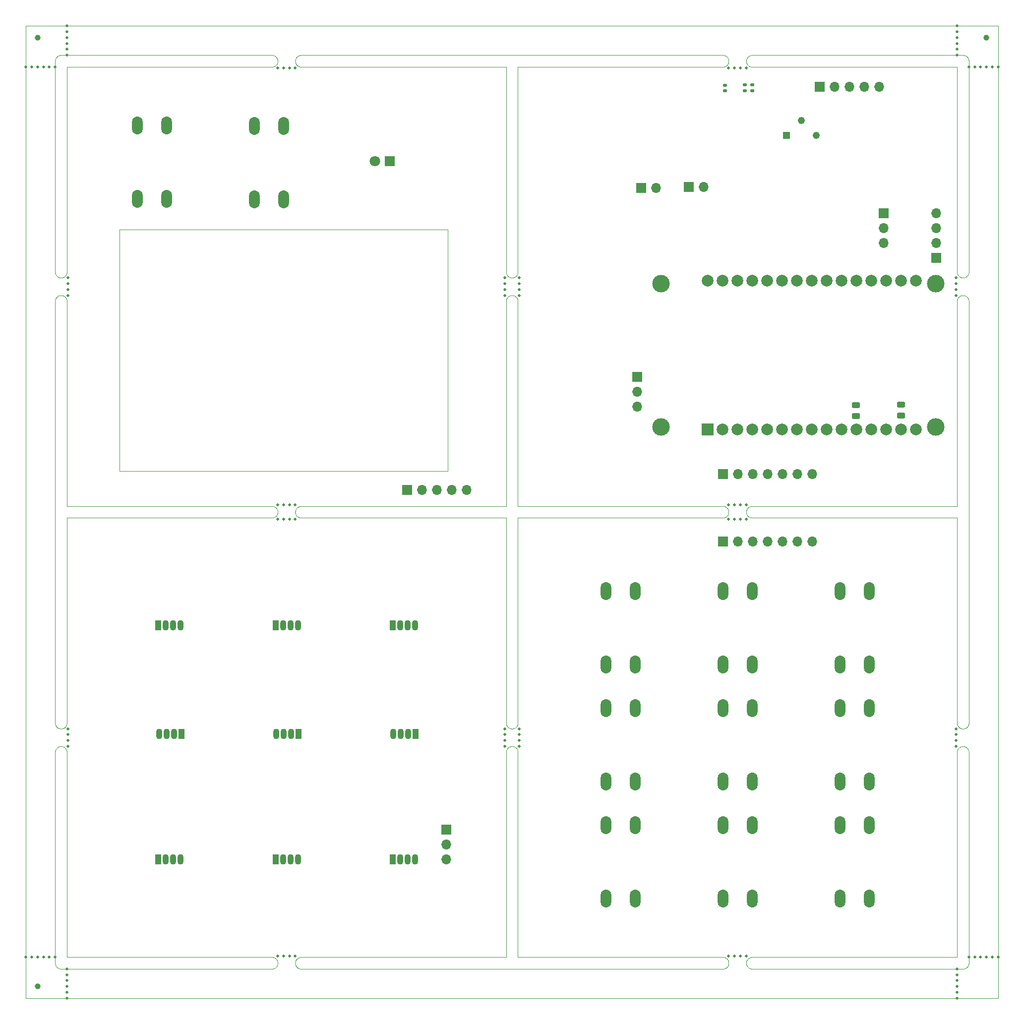
<source format=gbr>
G04 #@! TF.GenerationSoftware,KiCad,Pcbnew,7.0.5*
G04 #@! TF.CreationDate,2023-07-12T20:09:20+03:00*
G04 #@! TF.ProjectId,strange_games,73747261-6e67-4655-9f67-616d65732e6b,rev?*
G04 #@! TF.SameCoordinates,Original*
G04 #@! TF.FileFunction,Soldermask,Bot*
G04 #@! TF.FilePolarity,Negative*
%FSLAX46Y46*%
G04 Gerber Fmt 4.6, Leading zero omitted, Abs format (unit mm)*
G04 Created by KiCad (PCBNEW 7.0.5) date 2023-07-12 20:09:20*
%MOMM*%
%LPD*%
G01*
G04 APERTURE LIST*
G04 Aperture macros list*
%AMRoundRect*
0 Rectangle with rounded corners*
0 $1 Rounding radius*
0 $2 $3 $4 $5 $6 $7 $8 $9 X,Y pos of 4 corners*
0 Add a 4 corners polygon primitive as box body*
4,1,4,$2,$3,$4,$5,$6,$7,$8,$9,$2,$3,0*
0 Add four circle primitives for the rounded corners*
1,1,$1+$1,$2,$3*
1,1,$1+$1,$4,$5*
1,1,$1+$1,$6,$7*
1,1,$1+$1,$8,$9*
0 Add four rect primitives between the rounded corners*
20,1,$1+$1,$2,$3,$4,$5,0*
20,1,$1+$1,$4,$5,$6,$7,0*
20,1,$1+$1,$6,$7,$8,$9,0*
20,1,$1+$1,$8,$9,$2,$3,0*%
G04 Aperture macros list end*
%ADD10C,0.500000*%
%ADD11R,1.700000X1.700000*%
%ADD12O,1.700000X1.700000*%
%ADD13C,1.000000*%
%ADD14R,1.222000X1.222000*%
%ADD15C,1.222000*%
%ADD16C,2.000000*%
%ADD17R,2.000000X2.000000*%
%ADD18C,3.000000*%
%ADD19RoundRect,0.243750X0.456250X-0.243750X0.456250X0.243750X-0.456250X0.243750X-0.456250X-0.243750X0*%
%ADD20O,1.850000X3.048000*%
%ADD21R,1.070000X1.800000*%
%ADD22O,1.070000X1.800000*%
%ADD23RoundRect,0.140000X-0.170000X0.140000X-0.170000X-0.140000X0.170000X-0.140000X0.170000X0.140000X0*%
%ADD24RoundRect,0.140000X0.170000X-0.140000X0.170000X0.140000X-0.170000X0.140000X-0.170000X-0.140000X0*%
%ADD25R,1.800000X1.800000*%
%ADD26C,1.800000*%
G04 #@! TA.AperFunction,Profile*
%ADD27C,0.100000*%
G04 #@! TD*
G04 #@! TA.AperFunction,Profile*
%ADD28C,0.050000*%
G04 #@! TD*
G04 APERTURE END LIST*
D10*
X51000000Y-21000000D03*
D11*
X109085205Y-99209737D03*
D12*
X111625205Y-99209737D03*
X114165205Y-99209737D03*
X116705205Y-99209737D03*
X119245205Y-99209737D03*
D10*
X165000000Y-178800000D03*
X203000000Y-23000000D03*
X49000000Y-27000000D03*
X166000000Y-101800000D03*
X51000000Y-20000000D03*
X203000000Y-20000000D03*
X87000000Y-27200000D03*
X125800000Y-63000000D03*
X167000000Y-27200000D03*
X88000000Y-178800000D03*
X202800000Y-141000000D03*
D11*
X163012272Y-108000000D03*
D12*
X165552272Y-108000000D03*
X168092272Y-108000000D03*
X170632272Y-108000000D03*
X173172272Y-108000000D03*
X175712272Y-108000000D03*
X178252272Y-108000000D03*
D10*
X203000000Y-21000000D03*
X203000000Y-24000000D03*
X51000000Y-183000000D03*
X51200000Y-63000000D03*
X203000000Y-183000000D03*
X51000000Y-182000000D03*
X45000000Y-27000000D03*
X202800000Y-66000000D03*
X51000000Y-186000000D03*
X202800000Y-140000000D03*
X125800000Y-141000000D03*
X89000000Y-27200000D03*
X51200000Y-140000000D03*
X203000000Y-181000000D03*
X164000000Y-104200000D03*
D11*
X179542272Y-30430000D03*
D12*
X182082272Y-30430000D03*
X184622272Y-30430000D03*
X187162272Y-30430000D03*
X189702272Y-30430000D03*
D10*
X51200000Y-65000000D03*
X128200000Y-65000000D03*
X51200000Y-66000000D03*
X87000000Y-104200000D03*
X210000000Y-27000000D03*
X166000000Y-104200000D03*
X44000000Y-27000000D03*
X125800000Y-65000000D03*
X89000000Y-104200000D03*
X125800000Y-142000000D03*
X210000000Y-179000000D03*
X205000000Y-179000000D03*
X202800000Y-63000000D03*
X46000000Y-27000000D03*
X48000000Y-179000000D03*
X51000000Y-25000000D03*
X90000000Y-104200000D03*
X90000000Y-27200000D03*
X51200000Y-143000000D03*
X90000000Y-178800000D03*
X203000000Y-186000000D03*
X203000000Y-185000000D03*
X165000000Y-27200000D03*
X47000000Y-179000000D03*
X167000000Y-104200000D03*
D11*
X148417567Y-79957029D03*
D12*
X148417567Y-82497029D03*
X148417567Y-85037029D03*
D10*
X90000000Y-101800000D03*
X203000000Y-25000000D03*
X88000000Y-101800000D03*
X88000000Y-27200000D03*
D11*
X115822670Y-157252942D03*
D12*
X115822670Y-159792942D03*
X115822670Y-162332942D03*
D10*
X207000000Y-179000000D03*
X202800000Y-65000000D03*
X46000000Y-179000000D03*
X51200000Y-141000000D03*
X128200000Y-143000000D03*
X209000000Y-179000000D03*
X165000000Y-101800000D03*
X128200000Y-64000000D03*
X203000000Y-22000000D03*
X125800000Y-140000000D03*
X89000000Y-101800000D03*
X87000000Y-101800000D03*
X128200000Y-142000000D03*
X208000000Y-179000000D03*
X47000000Y-27000000D03*
X128200000Y-140000000D03*
X128200000Y-63000000D03*
X164000000Y-27200000D03*
X45000000Y-179000000D03*
X48000000Y-27000000D03*
X203000000Y-182000000D03*
X202800000Y-143000000D03*
X51000000Y-22000000D03*
X49000000Y-179000000D03*
X206000000Y-179000000D03*
X206000000Y-27000000D03*
X167000000Y-101800000D03*
X51000000Y-23000000D03*
X125800000Y-143000000D03*
X202800000Y-64000000D03*
X205000000Y-27000000D03*
X207000000Y-27000000D03*
X88000000Y-104200000D03*
X44000000Y-179000000D03*
X203000000Y-184000000D03*
X51000000Y-181000000D03*
X51000000Y-185000000D03*
X51000000Y-184000000D03*
X87000000Y-178800000D03*
X202800000Y-142000000D03*
X166000000Y-27200000D03*
X208000000Y-27000000D03*
X166000000Y-178800000D03*
X51200000Y-142000000D03*
X209000000Y-27000000D03*
X89000000Y-178800000D03*
X125800000Y-66000000D03*
X128200000Y-66000000D03*
X167000000Y-178800000D03*
X164000000Y-178800000D03*
X164000000Y-101800000D03*
X165000000Y-104200000D03*
X128200000Y-141000000D03*
X51000000Y-24000000D03*
X125800000Y-64000000D03*
D11*
X163012272Y-96500000D03*
D12*
X165552272Y-96500000D03*
X168092272Y-96500000D03*
X170632272Y-96500000D03*
X173172272Y-96500000D03*
X175712272Y-96500000D03*
X178252272Y-96500000D03*
D10*
X51200000Y-64000000D03*
D13*
X46000000Y-184000000D03*
X208000000Y-22000000D03*
X46000000Y-22000000D03*
D11*
X157150000Y-47500000D03*
D12*
X159690000Y-47500000D03*
D14*
X173854500Y-38700000D03*
D15*
X176394500Y-36160000D03*
X178934500Y-38700000D03*
D16*
X160380000Y-63500000D03*
X162920000Y-63500000D03*
X165460000Y-63500000D03*
X168000000Y-63500000D03*
X170540000Y-63500000D03*
X173080000Y-63500000D03*
X175620000Y-63500000D03*
X178160000Y-63500000D03*
X180700000Y-63500000D03*
X183240000Y-63500000D03*
X185780000Y-63500000D03*
X188320000Y-63500000D03*
X190860000Y-63500000D03*
X193400000Y-63500000D03*
X195940000Y-63500000D03*
X195940000Y-88900000D03*
X193400000Y-88900000D03*
X190860000Y-88900000D03*
X188320000Y-88900000D03*
X185780000Y-88900000D03*
X183240000Y-88900000D03*
X180700000Y-88900000D03*
X178160000Y-88900000D03*
X175620000Y-88900000D03*
X173080000Y-88900000D03*
X170540000Y-88900000D03*
X168000000Y-88900000D03*
X165460000Y-88900000D03*
X162920000Y-88900000D03*
D17*
X160380000Y-88900000D03*
D18*
X199370000Y-63970000D03*
X152420000Y-63970000D03*
X199370000Y-88480000D03*
X152420000Y-88480000D03*
D11*
X199465261Y-59600000D03*
D12*
X199465261Y-57060000D03*
X199465261Y-54520000D03*
X199465261Y-51980000D03*
D11*
X190500000Y-52000000D03*
D12*
X190500000Y-54540000D03*
X190500000Y-57080000D03*
D11*
X149100000Y-47660000D03*
D12*
X151640000Y-47660000D03*
D19*
X185748023Y-86609537D03*
X185748023Y-84734537D03*
D20*
X163012272Y-156500000D03*
X163012272Y-169000000D03*
X168012272Y-156500000D03*
X168012272Y-169000000D03*
D21*
X90565000Y-140868872D03*
D22*
X89295000Y-140868872D03*
X88025000Y-140868872D03*
X86755000Y-140868872D03*
D23*
X163350000Y-30102998D03*
X163350000Y-31062998D03*
D20*
X143012272Y-156500000D03*
X143012272Y-169000000D03*
X148012272Y-156500000D03*
X148012272Y-169000000D03*
D21*
X106628000Y-122331872D03*
D22*
X107898000Y-122331872D03*
X109168000Y-122331872D03*
X110438000Y-122331872D03*
D21*
X110565000Y-140868872D03*
D22*
X109295000Y-140868872D03*
X108025000Y-140868872D03*
X106755000Y-140868872D03*
D20*
X183012272Y-156500000D03*
X183012272Y-169000000D03*
X188012272Y-156500000D03*
X188012272Y-169000000D03*
D21*
X66628000Y-162331872D03*
D22*
X67898000Y-162331872D03*
X69168000Y-162331872D03*
X70438000Y-162331872D03*
D24*
X166750000Y-31032998D03*
X166750000Y-30072998D03*
D20*
X143012272Y-136500000D03*
X143012272Y-149000000D03*
X148012272Y-136500000D03*
X148012272Y-149000000D03*
D21*
X86628000Y-122331872D03*
D22*
X87898000Y-122331872D03*
X89168000Y-122331872D03*
X90438000Y-122331872D03*
D21*
X106628000Y-162331872D03*
D22*
X107898000Y-162331872D03*
X109168000Y-162331872D03*
X110438000Y-162331872D03*
D20*
X183012272Y-136500000D03*
X183012272Y-149000000D03*
X188012272Y-136500000D03*
X188012272Y-149000000D03*
D24*
X168000000Y-31032998D03*
X168000000Y-30072998D03*
D20*
X163012272Y-116500000D03*
X163012272Y-129000000D03*
X168012272Y-116500000D03*
X168012272Y-129000000D03*
X83052401Y-37077214D03*
X83052401Y-49577214D03*
X88052401Y-37077214D03*
X88052401Y-49577214D03*
X63000000Y-37012272D03*
X63000000Y-49512272D03*
X68000000Y-37012272D03*
X68000000Y-49512272D03*
X183012272Y-116500000D03*
X183012272Y-129000000D03*
X188012272Y-116500000D03*
X188012272Y-129000000D03*
D25*
X106165129Y-43077214D03*
D26*
X103625129Y-43077214D03*
D19*
X193398023Y-86559537D03*
X193398023Y-84684537D03*
D21*
X86628000Y-162331872D03*
D22*
X87898000Y-162331872D03*
X89168000Y-162331872D03*
X90438000Y-162331872D03*
D20*
X143012272Y-116500000D03*
X143012272Y-129000000D03*
X148012272Y-116500000D03*
X148012272Y-129000000D03*
X163012272Y-136500000D03*
X163012272Y-149000000D03*
X168012272Y-136500000D03*
X168012272Y-149000000D03*
D21*
X70565000Y-140868872D03*
D22*
X69295000Y-140868872D03*
X68025000Y-140868872D03*
X66755000Y-140868872D03*
D21*
X66628000Y-122331872D03*
D22*
X67898000Y-122331872D03*
X69168000Y-122331872D03*
X70438000Y-122331872D03*
D27*
X163476681Y-26883099D02*
X163433278Y-26904946D01*
X50942125Y-62343519D02*
X50924637Y-62388855D01*
X203140851Y-139518960D02*
X203116900Y-139476681D01*
X127924637Y-62388855D02*
X127904946Y-62433278D01*
X126001195Y-139058576D02*
X126000000Y-139009877D01*
X51001878Y-101995703D02*
X51002170Y-101996097D01*
X163957368Y-179702619D02*
X163970328Y-179749450D01*
X126116900Y-143523318D02*
X126140851Y-143481039D01*
X86107036Y-103995229D02*
X86058576Y-103998804D01*
X203004770Y-143892963D02*
X203010718Y-143844737D01*
X125997188Y-178996840D02*
X125997517Y-178996477D01*
X86805173Y-102400259D02*
X86833152Y-102439987D01*
X126057874Y-62343519D02*
X126042631Y-62297380D01*
X86009877Y-179000000D02*
X86058576Y-179001195D01*
X203140851Y-62518960D02*
X203116900Y-62476681D01*
X167796861Y-180980974D02*
X167749450Y-180970328D01*
X204998804Y-62058576D02*
X204995229Y-62107036D01*
X202999798Y-101991655D02*
X202999870Y-101991169D01*
X90116900Y-103476681D02*
X90095053Y-103433278D01*
X86859148Y-25481039D02*
X86883099Y-25523318D01*
X125994441Y-27001122D02*
X125993997Y-27000912D01*
X126481039Y-139859148D02*
X126439987Y-139833152D01*
X204833152Y-62560012D02*
X204805173Y-62599740D01*
X86883099Y-25523318D02*
X86904946Y-25566721D01*
X127743539Y-66325158D02*
X127775278Y-66361952D01*
X163924637Y-179611144D02*
X163942125Y-179656480D01*
X126140851Y-143481039D02*
X126166847Y-143439987D01*
X167749450Y-25029671D02*
X167796861Y-25019025D01*
X167844737Y-179010718D02*
X167892963Y-179004770D01*
X125998646Y-104005125D02*
X125998394Y-104004704D01*
X51004704Y-27001605D02*
X51004296Y-27001878D01*
X204743539Y-180674841D02*
X204710033Y-180710033D01*
X128006917Y-101999440D02*
X128007387Y-101999583D01*
X204833152Y-143439987D02*
X204859148Y-143481039D01*
X167361952Y-179224721D02*
X167400259Y-179194826D01*
X127388855Y-66075362D02*
X127433278Y-66095053D01*
X203256460Y-66325158D02*
X203289966Y-66289966D01*
X125994874Y-27001353D02*
X125994441Y-27001122D01*
X49000000Y-143990122D02*
X49001195Y-143941423D01*
X90075362Y-25611144D02*
X90095053Y-25566721D01*
X167702619Y-179042631D02*
X167749450Y-179029671D01*
X204107036Y-139995229D02*
X204058576Y-139998804D01*
X204904946Y-25566721D02*
X204924637Y-25611144D01*
X202991655Y-101999798D02*
X202992136Y-101999702D01*
X49140851Y-180518960D02*
X49116900Y-180476681D01*
X128012272Y-104000000D02*
X128012027Y-104000003D01*
X90481039Y-25140851D02*
X90523318Y-25116900D01*
X51000129Y-101991169D02*
X51000201Y-101991655D01*
X86998804Y-103058576D02*
X86995229Y-103107036D01*
X202993082Y-27000559D02*
X202992612Y-27000416D01*
X127388855Y-139924637D02*
X127343519Y-139942125D01*
X203029671Y-143749450D02*
X203042631Y-143702619D01*
X49224721Y-143361952D02*
X49256460Y-143325158D01*
X126400259Y-139805173D02*
X126361952Y-139775278D01*
X125987727Y-27000000D02*
X90990122Y-27000000D01*
X204904946Y-143566721D02*
X204924637Y-143611144D01*
X50995229Y-66892963D02*
X50998804Y-66941423D01*
X204710033Y-143289966D02*
X204743539Y-143325158D01*
X204250549Y-143029671D02*
X204297380Y-143042631D01*
X203796861Y-62980974D02*
X203749450Y-62970328D01*
X167990122Y-104000000D02*
X167941423Y-103998804D01*
X90656480Y-179057874D02*
X90702619Y-179042631D01*
X86560012Y-179166847D02*
X86599740Y-179194826D01*
X126116900Y-66523318D02*
X126140851Y-66481039D01*
X167749450Y-103970328D02*
X167702619Y-103957368D01*
X202998394Y-101995295D02*
X202998646Y-101994874D01*
X86518960Y-103859148D02*
X86476681Y-103883099D01*
X125995703Y-104001878D02*
X125995295Y-104001605D01*
X128000559Y-101993082D02*
X128000724Y-101993544D01*
X127833152Y-66439987D02*
X127859148Y-66481039D01*
X167029671Y-103250549D02*
X167019025Y-103203138D01*
X128002482Y-101996477D02*
X128002811Y-101996840D01*
X90116900Y-25523318D02*
X90140851Y-25481039D01*
X51000297Y-178992136D02*
X51000416Y-178992612D01*
X167702619Y-26957368D02*
X167656480Y-26942125D01*
X204710033Y-180710033D02*
X204674841Y-180743539D01*
X203001195Y-66941423D02*
X203004770Y-66892963D01*
X86518960Y-26859148D02*
X86476681Y-26883099D01*
X127009877Y-143000000D02*
X127058576Y-143001195D01*
X51000912Y-101993997D02*
X51001122Y-101994441D01*
X128003522Y-101997517D02*
X128003902Y-101997829D01*
X204343519Y-66057874D02*
X204388855Y-66075362D01*
X126523318Y-143116900D02*
X126566721Y-143095053D01*
X125999996Y-104012027D02*
X125999942Y-104009809D01*
X86883099Y-180476681D02*
X86859148Y-180518960D01*
X90941423Y-102001195D02*
X90990122Y-102000000D01*
X126057874Y-139343519D02*
X126042631Y-139297380D01*
X128003159Y-27002811D02*
X128002811Y-27003159D01*
X203892963Y-143004770D02*
X203941423Y-143001195D01*
X51005125Y-178998646D02*
X51005558Y-178998877D01*
X50883099Y-66523318D02*
X50904946Y-66566721D01*
X49325158Y-62743539D02*
X49289966Y-62710033D01*
X126325158Y-62743539D02*
X126289966Y-62710033D01*
X126990122Y-66000000D02*
X127009877Y-66000000D01*
X90140851Y-103518960D02*
X90116900Y-103476681D01*
X126001195Y-143941423D02*
X126004770Y-143892963D01*
X86970328Y-179749450D02*
X86980974Y-179796861D01*
X51001122Y-178994441D02*
X51001353Y-178994874D01*
X202987727Y-27000000D02*
X167990122Y-27000000D01*
X128000129Y-27008830D02*
X128000081Y-27009318D01*
X128005125Y-101998646D02*
X128005558Y-101998877D01*
X86775278Y-102361952D02*
X86805173Y-102400259D01*
X126749450Y-66029671D02*
X126796861Y-66019025D01*
X204674841Y-66256460D02*
X204710033Y-66289966D01*
X167892963Y-103995229D02*
X167844737Y-103989281D01*
X163560012Y-180833152D02*
X163518960Y-180859148D01*
X204942125Y-139343519D02*
X204924637Y-139388855D01*
X128000000Y-178987727D02*
X128000003Y-178987972D01*
X127107036Y-143004770D02*
X127155262Y-143010718D01*
X90702619Y-25042631D02*
X90749450Y-25029671D01*
X126289966Y-62710033D02*
X126256460Y-62674841D01*
X90749450Y-180970328D02*
X90702619Y-180957368D01*
X128006917Y-178999440D02*
X128007387Y-178999583D01*
X50995229Y-143892963D02*
X50998804Y-143941423D01*
X202993997Y-27000912D02*
X202993544Y-27000724D01*
X49004770Y-143892963D02*
X49010718Y-143844737D01*
X163155262Y-25010718D02*
X163203138Y-25019025D01*
X204599740Y-62805173D02*
X204560012Y-62833152D01*
X90095053Y-103433278D02*
X90075362Y-103388855D01*
X90892963Y-102004770D02*
X90941423Y-102001195D01*
X125999996Y-178987972D02*
X126000000Y-178987727D01*
X203796861Y-143019025D02*
X203844737Y-143010718D01*
X49400259Y-66194826D02*
X49439987Y-66166847D01*
X128002482Y-104003522D02*
X128002170Y-104003902D01*
X128012272Y-27000000D02*
X128012027Y-27000003D01*
X49224721Y-62638047D02*
X49194826Y-62599740D01*
X203325158Y-62743539D02*
X203289966Y-62710033D01*
X204970328Y-25749450D02*
X204980974Y-25796861D01*
X128001605Y-178995295D02*
X128001878Y-178995703D01*
X50107036Y-66004770D02*
X50155262Y-66010718D01*
X51002482Y-27003522D02*
X51002170Y-27003902D01*
X167256460Y-102325158D02*
X167289966Y-102289966D01*
X125995295Y-101998394D02*
X125995703Y-101998121D01*
X204989281Y-143844737D02*
X204995229Y-143892963D01*
X90224721Y-103638047D02*
X90194826Y-103599740D01*
X49796861Y-139980974D02*
X49749450Y-139970328D01*
X51006455Y-27000724D02*
X51006002Y-27000912D01*
X203140851Y-66481039D02*
X203166847Y-66439987D01*
X127989281Y-62155262D02*
X127980974Y-62203138D01*
X202994441Y-101998877D02*
X202994874Y-101998646D01*
X203000000Y-101987727D02*
X203000000Y-66990122D01*
X203057874Y-143656480D02*
X203075362Y-143611144D01*
X125998877Y-178994441D02*
X125999087Y-178993997D01*
X204476681Y-66116900D02*
X204518960Y-66140851D01*
X90892963Y-179004770D02*
X90941423Y-179001195D01*
X127743539Y-143325158D02*
X127775278Y-143361952D01*
X50250549Y-62970328D02*
X50203138Y-62980974D01*
X163388855Y-26924637D02*
X163343519Y-26942125D01*
X90289966Y-26710033D02*
X90256460Y-26674841D01*
X49656480Y-139942125D02*
X49611144Y-139924637D01*
X86998804Y-26058576D02*
X86995229Y-26107036D01*
X49166847Y-139560012D02*
X49140851Y-139518960D01*
X203990122Y-63000000D02*
X203941423Y-62998804D01*
X203029671Y-66749450D02*
X203042631Y-66702619D01*
X163297380Y-102042631D02*
X163343519Y-102057874D01*
X125997517Y-104003522D02*
X125997188Y-104003159D01*
X167990122Y-179000000D02*
X202987727Y-179000000D01*
X127343519Y-143057874D02*
X127388855Y-143075362D01*
X167042631Y-102702619D02*
X167057874Y-102656480D01*
X90010718Y-26155262D02*
X90004770Y-26107036D01*
X127599740Y-139805173D02*
X127560012Y-139833152D01*
X86009877Y-181000000D02*
X49990122Y-181000000D01*
X50883099Y-139476681D02*
X50859148Y-139518960D01*
X90844737Y-103989281D02*
X90796861Y-103980974D01*
X90166847Y-102439987D02*
X90194826Y-102400259D01*
X90095053Y-180433278D02*
X90075362Y-180388855D01*
X203523318Y-143116900D02*
X203566721Y-143095053D01*
X90095053Y-26433278D02*
X90075362Y-26388855D01*
X49361952Y-139775278D02*
X49325158Y-139743539D01*
X127924637Y-139388855D02*
X127904946Y-139433278D01*
X204743539Y-25325158D02*
X204775278Y-25361952D01*
X90256460Y-103674841D02*
X90224721Y-103638047D01*
X128008830Y-101999870D02*
X128009318Y-101999918D01*
X127833152Y-139560012D02*
X127805173Y-139599740D01*
X86883099Y-102523318D02*
X86904946Y-102566721D01*
X204297380Y-25042631D02*
X204343519Y-25057874D01*
X49990122Y-181000000D02*
X49941423Y-180998804D01*
X163957368Y-26297380D02*
X163942125Y-26343519D01*
X204883099Y-66523318D02*
X204904946Y-66566721D01*
X163343519Y-26942125D02*
X163297380Y-26957368D01*
X128000000Y-66990122D02*
X128000000Y-101987727D01*
X127518960Y-66140851D02*
X127560012Y-66166847D01*
X163989281Y-180155262D02*
X163980974Y-180203138D01*
X51009809Y-104000057D02*
X51009318Y-104000081D01*
X202991655Y-27000201D02*
X202991169Y-27000129D01*
X128000297Y-104007863D02*
X128000201Y-104008344D01*
X49749450Y-62970328D02*
X49702619Y-62957368D01*
X51003902Y-104002170D02*
X51003522Y-104002482D01*
X86970328Y-103250549D02*
X86957368Y-103297380D01*
X126000000Y-66990122D02*
X126001195Y-66941423D01*
X90000000Y-180009877D02*
X90000000Y-179990122D01*
X50476681Y-143116900D02*
X50518960Y-143140851D01*
X167796861Y-179019025D02*
X167844737Y-179010718D01*
X49004770Y-180107036D02*
X49001195Y-180058576D01*
X163638047Y-102224721D02*
X163674841Y-102256460D01*
X51005558Y-104001122D02*
X51005125Y-104001353D01*
X167941423Y-179001195D02*
X167990122Y-179000000D01*
X125990681Y-178999918D02*
X125991169Y-178999870D01*
X163883099Y-103476681D02*
X163859148Y-103518960D01*
X163058576Y-179001195D02*
X163107036Y-179004770D01*
X167042631Y-25702619D02*
X167057874Y-25656480D01*
X163989281Y-103155262D02*
X163980974Y-103203138D01*
X204107036Y-66004770D02*
X204155262Y-66010718D01*
X163995229Y-179892963D02*
X163998804Y-179941423D01*
X125991169Y-104000129D02*
X125990681Y-104000081D01*
X90844737Y-26989281D02*
X90796861Y-26980974D01*
X86433278Y-102095053D02*
X86476681Y-102116900D01*
X125998877Y-104005558D02*
X125998646Y-104005125D01*
X202995703Y-178998121D02*
X202996097Y-178997829D01*
X203941423Y-62998804D02*
X203892963Y-62995229D01*
X204995229Y-25892963D02*
X204998804Y-25941423D01*
X128002170Y-101996097D02*
X128002482Y-101996477D01*
X202996097Y-27002170D02*
X202995703Y-27001878D01*
X204775278Y-25361952D02*
X204805173Y-25400259D01*
X126001195Y-66941423D02*
X126004770Y-66892963D01*
X203990122Y-140000000D02*
X203941423Y-139998804D01*
X163710033Y-179289966D02*
X163743539Y-179325158D01*
X167439987Y-180833152D02*
X167400259Y-180805173D01*
X49941423Y-180998804D02*
X49892963Y-180995229D01*
X49010718Y-62155262D02*
X49004770Y-62107036D01*
X90042631Y-179702619D02*
X90057874Y-179656480D01*
X203004770Y-62107036D02*
X203001195Y-62058576D01*
X87000000Y-103009877D02*
X86998804Y-103058576D01*
X202993082Y-101999440D02*
X202993544Y-101999275D01*
X125999087Y-101993997D02*
X125999275Y-101993544D01*
X203439987Y-139833152D02*
X203400259Y-139805173D01*
X128003902Y-27002170D02*
X128003522Y-27002482D01*
X51004296Y-27001878D02*
X51003902Y-27002170D01*
X49990122Y-66000000D02*
X50009877Y-66000000D01*
X86203138Y-25019025D02*
X86250549Y-25029671D01*
X204970328Y-143749450D02*
X204980974Y-143796861D01*
X167010718Y-26155262D02*
X167004770Y-26107036D01*
X125991655Y-27000201D02*
X125991169Y-27000129D01*
X86476681Y-180883099D02*
X86433278Y-180904946D01*
X163297380Y-26957368D02*
X163250549Y-26970328D01*
X163638047Y-26775278D02*
X163599740Y-26805173D01*
X49941423Y-139998804D02*
X49892963Y-139995229D01*
X86203138Y-179019025D02*
X86250549Y-179029671D01*
X204058576Y-66001195D02*
X204107036Y-66004770D01*
X128003522Y-27002482D02*
X128003159Y-27002811D01*
X90656480Y-102057874D02*
X90702619Y-102042631D01*
X125996477Y-101997517D02*
X125996840Y-101997188D01*
X86942125Y-25656480D02*
X86957368Y-25702619D01*
X125999870Y-27008830D02*
X125999798Y-27008344D01*
X163995229Y-26107036D02*
X163989281Y-26155262D01*
X86203138Y-103980974D02*
X86155262Y-103989281D01*
X126166847Y-62560012D02*
X126140851Y-62518960D01*
X127433278Y-62904946D02*
X127388855Y-62924637D01*
X203325158Y-66256460D02*
X203361952Y-66224721D01*
X49566721Y-143095053D02*
X49611144Y-143075362D01*
X49289966Y-139710033D02*
X49256460Y-139674841D01*
X163560012Y-179166847D02*
X163599740Y-179194826D01*
X202999996Y-101987972D02*
X203000000Y-101987727D01*
X204343519Y-139942125D02*
X204297380Y-139957368D01*
X49892963Y-139995229D02*
X49844737Y-139989281D01*
X163883099Y-102523318D02*
X163904946Y-102566721D01*
X90042631Y-102702619D02*
X90057874Y-102656480D01*
X51000416Y-178992612D02*
X51000559Y-178993082D01*
X167166847Y-103560012D02*
X167140851Y-103518960D01*
X90844737Y-25010718D02*
X90892963Y-25004770D01*
X204638047Y-143224721D02*
X204674841Y-143256460D01*
X202999275Y-178993544D02*
X202999440Y-178993082D01*
X167256460Y-26674841D02*
X167224721Y-26638047D01*
X49140851Y-62518960D02*
X49116900Y-62476681D01*
X163743539Y-179325158D02*
X163775278Y-179361952D01*
X49566721Y-139904946D02*
X49523318Y-139883099D01*
X128000559Y-27006917D02*
X128000416Y-27007387D01*
X51000724Y-101993544D02*
X51000912Y-101993997D01*
X86476681Y-25116900D02*
X86518960Y-25140851D01*
X87000000Y-26009877D02*
X86998804Y-26058576D01*
X163388855Y-102075362D02*
X163433278Y-102095053D01*
X90029671Y-102749450D02*
X90042631Y-102702619D01*
X51007387Y-101999583D02*
X51007863Y-101999702D01*
X128002170Y-104003902D02*
X128001878Y-104004296D01*
X126095053Y-62433278D02*
X126075362Y-62388855D01*
X50009877Y-143000000D02*
X50009877Y-143000000D01*
X163970328Y-25749450D02*
X163980974Y-25796861D01*
X128007387Y-104000416D02*
X128006917Y-104000559D01*
X163203138Y-102019025D02*
X163250549Y-102029671D01*
X203611144Y-143075362D02*
X203656480Y-143057874D01*
X163297380Y-179042631D02*
X163343519Y-179057874D01*
X163805173Y-102400259D02*
X163833152Y-102439987D01*
X202999996Y-27012027D02*
X202999942Y-27009809D01*
X204107036Y-143004770D02*
X204155262Y-143010718D01*
X126611144Y-139924637D02*
X126566721Y-139904946D01*
X167004770Y-103107036D02*
X167001195Y-103058576D01*
X49256460Y-139674841D02*
X49224721Y-139638047D01*
X127998804Y-66941423D02*
X128000000Y-66990122D01*
X203566721Y-62904946D02*
X203523318Y-62883099D01*
X50297380Y-62957368D02*
X50250549Y-62970328D01*
X51003522Y-104002482D02*
X51003159Y-104002811D01*
X163710033Y-26710033D02*
X163674841Y-26743539D01*
X126566721Y-66095053D02*
X126611144Y-66075362D01*
X203010718Y-143844737D02*
X203019025Y-143796861D01*
X90256460Y-102325158D02*
X90289966Y-102289966D01*
X127970328Y-143749450D02*
X127980974Y-143796861D01*
X167224721Y-179361952D02*
X167256460Y-179325158D01*
X49140851Y-66481039D02*
X49166847Y-66439987D01*
X167224721Y-25361952D02*
X167256460Y-25325158D01*
X167116900Y-179523318D02*
X167140851Y-179481039D01*
X204518960Y-143140851D02*
X204560012Y-143166847D01*
X50674841Y-62743539D02*
X50638047Y-62775278D01*
X90611144Y-26924637D02*
X90566721Y-26904946D01*
X167075362Y-25611144D02*
X167095053Y-25566721D01*
X127883099Y-143523318D02*
X127904946Y-143566721D01*
X90019025Y-102796861D02*
X90029671Y-102749450D01*
X128003159Y-101997188D02*
X128003522Y-101997517D01*
X204009877Y-140000000D02*
X203990122Y-140000000D01*
X167289966Y-103710033D02*
X167256460Y-103674841D01*
X50250549Y-66029671D02*
X50297380Y-66042631D01*
X204674841Y-143256460D02*
X204710033Y-143289966D01*
X203166847Y-139560012D02*
X203140851Y-139518960D01*
X202994441Y-104001122D02*
X202993997Y-104000912D01*
X127859148Y-143481039D02*
X127883099Y-143523318D01*
X202996097Y-178997829D02*
X202996477Y-178997517D01*
X202999942Y-104009809D02*
X202999918Y-104009318D01*
X49656480Y-25057874D02*
X49702619Y-25042631D01*
X86743539Y-103674841D02*
X86710033Y-103710033D01*
X167001195Y-179941423D02*
X167004770Y-179892963D01*
X86638047Y-26775278D02*
X86599740Y-26805173D01*
X202997517Y-27003522D02*
X202997188Y-27003159D01*
X49166847Y-62560012D02*
X49140851Y-62518960D01*
X203029671Y-62250549D02*
X203019025Y-62203138D01*
X49224721Y-180638047D02*
X49194826Y-180599740D01*
X51006002Y-101999087D02*
X51006455Y-101999275D01*
X51001878Y-104004296D02*
X51001605Y-104004704D01*
X51000129Y-104008830D02*
X51000081Y-104009318D01*
X163998804Y-179941423D02*
X164000000Y-179990122D01*
X202998877Y-27005558D02*
X202998646Y-27005125D01*
X125998121Y-27004296D02*
X125997829Y-27003902D01*
X126523318Y-62883099D02*
X126481039Y-62859148D01*
X126749450Y-143029671D02*
X126796861Y-143019025D01*
X202999702Y-27007863D02*
X202999583Y-27007387D01*
X49611144Y-66075362D02*
X49656480Y-66057874D01*
X163560012Y-103833152D02*
X163518960Y-103859148D01*
X86710033Y-26710033D02*
X86674841Y-26743539D01*
X50833152Y-139560012D02*
X50805173Y-139599740D01*
X90796861Y-25019025D02*
X90844737Y-25010718D01*
X90019025Y-26203138D02*
X90010718Y-26155262D01*
X203400259Y-62805173D02*
X203361952Y-62775278D01*
X163998804Y-103058576D02*
X163995229Y-103107036D01*
X127343519Y-66057874D02*
X127388855Y-66075362D01*
X51001605Y-178995295D02*
X51001878Y-178995703D01*
X203702619Y-66042631D02*
X203749450Y-66029671D01*
X125995703Y-27001878D02*
X125995295Y-27001605D01*
X86058576Y-103998804D02*
X86009877Y-104000000D01*
X51001353Y-104005125D02*
X51001122Y-104005558D01*
X163970328Y-102749450D02*
X163980974Y-102796861D01*
X51001353Y-178994874D02*
X51001605Y-178995295D01*
X90796861Y-179019025D02*
X90844737Y-179010718D01*
X51000297Y-101992136D02*
X51000416Y-101992612D01*
X204998804Y-25941423D02*
X205000000Y-25990122D01*
X50904946Y-62433278D02*
X50883099Y-62476681D01*
X204433278Y-139904946D02*
X204388855Y-139924637D01*
X167019025Y-180203138D02*
X167010718Y-180155262D01*
X49075362Y-66611144D02*
X49095053Y-66566721D01*
X127009877Y-66000000D02*
X127058576Y-66001195D01*
X49256460Y-180674841D02*
X49224721Y-180638047D01*
X125998394Y-27004704D02*
X125998121Y-27004296D01*
X50058576Y-66001195D02*
X50107036Y-66004770D01*
X49057874Y-62343519D02*
X49042631Y-62297380D01*
X128006002Y-27000912D02*
X128005558Y-27001122D01*
X167611144Y-26924637D02*
X167566721Y-26904946D01*
X49481039Y-25140851D02*
X49523318Y-25116900D01*
X50904946Y-66566721D02*
X50924637Y-66611144D01*
X128004704Y-101998394D02*
X128005125Y-101998646D01*
X126042631Y-66702619D02*
X126057874Y-66656480D01*
X127995229Y-66892963D02*
X127998804Y-66941423D01*
X90611144Y-180924637D02*
X90566721Y-180904946D01*
X86203138Y-180980974D02*
X86155262Y-180989281D01*
X125998121Y-101995703D02*
X125998394Y-101995295D01*
X90523318Y-26883099D02*
X90481039Y-26859148D01*
X167990122Y-27000000D02*
X167941423Y-26998804D01*
X163924637Y-102611144D02*
X163942125Y-102656480D01*
X86250549Y-25029671D02*
X86297380Y-25042631D01*
X202994441Y-178998877D02*
X202994874Y-178998646D01*
X126224721Y-66361952D02*
X126256460Y-66325158D01*
X86883099Y-179523318D02*
X86904946Y-179566721D01*
X51000003Y-101987972D02*
X51000057Y-101990190D01*
X163883099Y-25523318D02*
X163904946Y-25566721D01*
X51004296Y-178998121D02*
X51004704Y-178998394D01*
X163942125Y-179656480D02*
X163957368Y-179702619D01*
X128006455Y-178999275D02*
X128006917Y-178999440D01*
X86638047Y-25224721D02*
X86674841Y-25256460D01*
X203010718Y-66844737D02*
X203019025Y-66796861D01*
X50970328Y-143749450D02*
X50980974Y-143796861D01*
X86599740Y-180805173D02*
X86560012Y-180833152D01*
X126439987Y-139833152D02*
X126400259Y-139805173D01*
X51012027Y-101999996D02*
X51012272Y-102000000D01*
X128012272Y-102000000D02*
X163009877Y-102000000D01*
X50250549Y-143029671D02*
X50297380Y-143042631D01*
X167796861Y-25019025D02*
X167844737Y-25010718D01*
X49004770Y-25892963D02*
X49010718Y-25844737D01*
X51003522Y-101997517D02*
X51003902Y-101997829D01*
X163638047Y-103775278D02*
X163599740Y-103805173D01*
X202992136Y-178999702D02*
X202992612Y-178999583D01*
X50009877Y-66000000D02*
X50058576Y-66001195D01*
X167439987Y-25166847D02*
X167481039Y-25140851D01*
X163924637Y-25611144D02*
X163942125Y-25656480D01*
X126611144Y-62924637D02*
X126566721Y-62904946D01*
X163638047Y-180775278D02*
X163599740Y-180805173D01*
X203400259Y-139805173D02*
X203361952Y-139775278D01*
X204883099Y-62476681D02*
X204859148Y-62518960D01*
X163859148Y-102481039D02*
X163883099Y-102523318D01*
X204957368Y-143702619D02*
X204970328Y-143749450D01*
X128000057Y-178990190D02*
X128000081Y-178990681D01*
X90075362Y-179611144D02*
X90095053Y-179566721D01*
X204674841Y-62743539D02*
X204638047Y-62775278D01*
X49941423Y-62998804D02*
X49892963Y-62995229D01*
X90656480Y-26942125D02*
X90611144Y-26924637D01*
X127388855Y-62924637D02*
X127343519Y-62942125D01*
X128000297Y-178992136D02*
X128000416Y-178992612D01*
X127743539Y-139674841D02*
X127710033Y-139710033D01*
X90361952Y-25224721D02*
X90400259Y-25194826D01*
X167361952Y-103775278D02*
X167325158Y-103743539D01*
X127710033Y-139710033D02*
X127674841Y-139743539D01*
X50970328Y-66749450D02*
X50980974Y-66796861D01*
X202999440Y-104006917D02*
X202999275Y-104006455D01*
X127989281Y-143844737D02*
X127995229Y-143892963D01*
X50343519Y-62942125D02*
X50297380Y-62957368D01*
X125999918Y-27009318D02*
X125999870Y-27008830D01*
X125996097Y-104002170D02*
X125995703Y-104001878D01*
X203844737Y-139989281D02*
X203796861Y-139980974D01*
X49256460Y-62674841D02*
X49224721Y-62638047D01*
X51002482Y-178996477D02*
X51002811Y-178996840D01*
X204805173Y-66400259D02*
X204833152Y-66439987D01*
X50009877Y-63000000D02*
X49990122Y-63000000D01*
X51009318Y-101999918D02*
X51009809Y-101999942D01*
X50107036Y-62995229D02*
X50058576Y-62998804D01*
X204638047Y-66224721D02*
X204674841Y-66256460D01*
X167892963Y-180995229D02*
X167844737Y-180989281D01*
X128006917Y-27000559D02*
X128006455Y-27000724D01*
X163957368Y-103297380D02*
X163942125Y-103343519D01*
X167042631Y-103297380D02*
X167029671Y-103250549D01*
X127009877Y-63000000D02*
X126990122Y-63000000D01*
X125996840Y-104002811D02*
X125996477Y-104002482D01*
X203361952Y-143224721D02*
X203400259Y-143194826D01*
X128003522Y-104002482D02*
X128003159Y-104002811D01*
X49004770Y-66892963D02*
X49010718Y-66844737D01*
X128009809Y-101999942D02*
X128012027Y-101999996D01*
X167116900Y-25523318D02*
X167140851Y-25481039D01*
X127942125Y-66656480D02*
X127957368Y-66702619D01*
X50957368Y-139297380D02*
X50942125Y-139343519D01*
X163859148Y-26518960D02*
X163833152Y-26560012D01*
X204833152Y-66439987D02*
X204859148Y-66481039D01*
X125996840Y-178997188D02*
X125997188Y-178996840D01*
X202999918Y-178990681D02*
X202999942Y-178990190D01*
X204388855Y-62924637D02*
X204343519Y-62942125D01*
X125997829Y-101996097D02*
X125998121Y-101995703D01*
X90796861Y-103980974D02*
X90749450Y-103970328D01*
X202990190Y-101999942D02*
X202990681Y-101999918D01*
X126075362Y-66611144D02*
X126095053Y-66566721D01*
X126361952Y-143224721D02*
X126400259Y-143194826D01*
X51001605Y-104004704D02*
X51001353Y-104005125D01*
X204250549Y-25029671D02*
X204297380Y-25042631D01*
X163989281Y-179844737D02*
X163995229Y-179892963D01*
X90010718Y-102844737D02*
X90019025Y-102796861D01*
X204710033Y-66289966D02*
X204743539Y-66325158D01*
X167166847Y-26560012D02*
X167140851Y-26518960D01*
X51000057Y-178990190D02*
X51000081Y-178990681D01*
X126010718Y-139155262D02*
X126004770Y-139107036D01*
X202999996Y-178987972D02*
X203000000Y-178987727D01*
X51006455Y-101999275D02*
X51006917Y-101999440D01*
X127638047Y-143224721D02*
X127674841Y-143256460D01*
X204995229Y-180107036D02*
X204989281Y-180155262D01*
X127203138Y-139980974D02*
X127155262Y-139989281D01*
X204980974Y-66796861D02*
X204989281Y-66844737D01*
X86107036Y-179004770D02*
X86155262Y-179010718D01*
X86904946Y-103433278D02*
X86883099Y-103476681D01*
X126523318Y-139883099D02*
X126481039Y-139859148D01*
X90566721Y-26904946D02*
X90523318Y-26883099D01*
X51000416Y-27007387D02*
X51000297Y-27007863D01*
X202999798Y-178991655D02*
X202999870Y-178991169D01*
X163203138Y-25019025D02*
X163250549Y-25029671D01*
X202993997Y-104000912D02*
X202993544Y-104000724D01*
X125997829Y-178996097D02*
X125998121Y-178995703D01*
X204743539Y-143325158D02*
X204775278Y-143361952D01*
X49029671Y-139250549D02*
X49019025Y-139203138D01*
X49029671Y-143749450D02*
X49042631Y-143702619D01*
X204743539Y-66325158D02*
X204775278Y-66361952D01*
X86155262Y-26989281D02*
X86107036Y-26995229D01*
X90029671Y-26250549D02*
X90019025Y-26203138D01*
X203702619Y-139957368D02*
X203656480Y-139942125D01*
X86518960Y-180859148D02*
X86476681Y-180883099D01*
X167361952Y-25224721D02*
X167400259Y-25194826D01*
X167116900Y-102523318D02*
X167140851Y-102481039D01*
X167749450Y-26970328D02*
X167702619Y-26957368D01*
X167029671Y-26250549D02*
X167019025Y-26203138D01*
X49256460Y-143325158D02*
X49289966Y-143289966D01*
X128007387Y-178999583D02*
X128007863Y-178999702D01*
X163203138Y-103980974D02*
X163155262Y-103989281D01*
X86970328Y-102749450D02*
X86980974Y-102796861D01*
X125987972Y-104000003D02*
X125987972Y-104000003D01*
X203001195Y-139058576D02*
X203000000Y-139009877D01*
X163476681Y-179116900D02*
X163518960Y-179140851D01*
X90001195Y-26058576D02*
X90000000Y-26009877D01*
X90656480Y-103942125D02*
X90611144Y-103924637D01*
X167140851Y-103518960D02*
X167116900Y-103476681D01*
X125999087Y-178993997D02*
X125999275Y-178993544D01*
X202999087Y-178993997D02*
X202999275Y-178993544D01*
X127904946Y-66566721D02*
X127924637Y-66611144D01*
X204107036Y-180995229D02*
X204058576Y-180998804D01*
X90481039Y-102140851D02*
X90523318Y-102116900D01*
X51005558Y-178998877D02*
X51006002Y-178999087D01*
X49990122Y-143000000D02*
X50009877Y-143000000D01*
X204942125Y-66656480D02*
X204957368Y-66702619D01*
X51012027Y-104000003D02*
X51009809Y-104000057D01*
X163957368Y-102702619D02*
X163970328Y-102749450D01*
X163674841Y-26743539D02*
X163638047Y-26775278D01*
X86250549Y-26970328D02*
X86203138Y-26980974D01*
X49481039Y-66140851D02*
X49523318Y-66116900D01*
X202997517Y-178996477D02*
X202997829Y-178996097D01*
X86518960Y-25140851D02*
X86560012Y-25166847D01*
X204009877Y-181000000D02*
X167990122Y-181000000D01*
X167095053Y-26433278D02*
X167075362Y-26388855D01*
X202999702Y-178992136D02*
X202999798Y-178991655D01*
X86957368Y-179702619D02*
X86970328Y-179749450D01*
X128003159Y-104002811D02*
X128002811Y-104003159D01*
X167194826Y-180599740D02*
X167166847Y-180560012D01*
X128003902Y-101997829D02*
X128004296Y-101998121D01*
X49749450Y-66029671D02*
X49796861Y-66019025D01*
X202994874Y-104001353D02*
X202994441Y-104001122D01*
X163743539Y-180674841D02*
X163710033Y-180710033D01*
X127904946Y-62433278D02*
X127883099Y-62476681D01*
X126256460Y-62674841D02*
X126224721Y-62638047D01*
X128001605Y-27004704D02*
X128001353Y-27005125D01*
X204638047Y-180775278D02*
X204599740Y-180805173D01*
X86957368Y-26297380D02*
X86942125Y-26343519D01*
X127638047Y-62775278D02*
X127599740Y-62805173D01*
X128000416Y-104007387D02*
X128000297Y-104007863D01*
X203075362Y-139388855D02*
X203057874Y-139343519D01*
X204883099Y-25523318D02*
X204904946Y-25566721D01*
X167361952Y-180775278D02*
X167325158Y-180743539D01*
X163980974Y-26203138D02*
X163970328Y-26250549D01*
X49004770Y-139107036D02*
X49001195Y-139058576D01*
X86805173Y-103599740D02*
X86775278Y-103638047D01*
X86518960Y-179140851D02*
X86560012Y-179166847D01*
X90166847Y-103560012D02*
X90140851Y-103518960D01*
X90057874Y-26343519D02*
X90042631Y-26297380D01*
X163343519Y-25057874D02*
X163388855Y-25075362D01*
X126481039Y-62859148D02*
X126439987Y-62833152D01*
X86250549Y-179029671D02*
X86297380Y-179042631D01*
X90844737Y-102010718D02*
X90892963Y-102004770D01*
X202997188Y-178996840D02*
X202997517Y-178996477D01*
X167095053Y-179566721D02*
X167116900Y-179523318D01*
X49075362Y-143611144D02*
X49095053Y-143566721D01*
X49566721Y-66095053D02*
X49611144Y-66075362D01*
X127957368Y-62297380D02*
X127942125Y-62343519D01*
X51000003Y-27012027D02*
X51000003Y-27012027D01*
X50518960Y-66140851D02*
X50560012Y-66166847D01*
X127250549Y-139970328D02*
X127203138Y-139980974D01*
X86343519Y-25057874D02*
X86388855Y-25075362D01*
X167001195Y-102941423D02*
X167004770Y-102892963D01*
X126140851Y-139518960D02*
X126116900Y-139476681D01*
X203361952Y-62775278D02*
X203325158Y-62743539D01*
X49057874Y-180343519D02*
X49042631Y-180297380D01*
X204989281Y-180155262D02*
X204980974Y-180203138D01*
X86297380Y-25042631D02*
X86343519Y-25057874D01*
X50155262Y-66010718D02*
X50203138Y-66019025D01*
X51000081Y-27009318D02*
X51000057Y-27009809D01*
X49075362Y-139388855D02*
X49057874Y-139343519D01*
X49439987Y-143166847D02*
X49481039Y-143140851D01*
X125999702Y-27007863D02*
X125999583Y-27007387D01*
X127904946Y-139433278D02*
X127883099Y-139476681D01*
X127924637Y-143611144D02*
X127942125Y-143656480D01*
X202999440Y-27006917D02*
X202999275Y-27006455D01*
X204924637Y-66611144D02*
X204942125Y-66656480D01*
X126325158Y-139743539D02*
X126289966Y-139710033D01*
X163388855Y-179075362D02*
X163433278Y-179095053D01*
X204155262Y-25010718D02*
X204203138Y-25019025D01*
X49194826Y-25400259D02*
X49224721Y-25361952D01*
X50859148Y-139518960D02*
X50833152Y-139560012D01*
X167095053Y-103433278D02*
X167075362Y-103388855D01*
X90000000Y-26009877D02*
X90000000Y-25990122D01*
X127998804Y-143941423D02*
X128000000Y-143990122D01*
X127518960Y-139859148D02*
X127476681Y-139883099D01*
X90990122Y-181000000D02*
X90941423Y-180998804D01*
X167892963Y-102004770D02*
X167941423Y-102001195D01*
X127710033Y-66289966D02*
X127743539Y-66325158D01*
X203001195Y-62058576D02*
X203000000Y-62009877D01*
X203000000Y-139009877D02*
X203000000Y-104012272D01*
X126057874Y-143656480D02*
X126075362Y-143611144D01*
X167481039Y-25140851D02*
X167523318Y-25116900D01*
X167224721Y-180638047D02*
X167194826Y-180599740D01*
X126004770Y-66892963D02*
X126010718Y-66844737D01*
X128012027Y-104000003D02*
X128009809Y-104000057D01*
X202990190Y-27000057D02*
X202987972Y-27000003D01*
X90439987Y-102166847D02*
X90481039Y-102140851D01*
X202994874Y-101998646D02*
X202995295Y-101998394D01*
X127433278Y-66095053D02*
X127476681Y-66116900D01*
X128000057Y-27009809D02*
X128000003Y-27012027D01*
X204518960Y-25140851D02*
X204560012Y-25166847D01*
X203019025Y-143796861D02*
X203029671Y-143749450D01*
X87000000Y-102990122D02*
X87000000Y-103009877D01*
X204009877Y-143000000D02*
X204058576Y-143001195D01*
X50883099Y-143523318D02*
X50904946Y-143566721D01*
X128004704Y-27001605D02*
X128004296Y-27001878D01*
X50904946Y-139433278D02*
X50883099Y-139476681D01*
X49439987Y-62833152D02*
X49400259Y-62805173D01*
X50775278Y-62638047D02*
X50743539Y-62674841D01*
X203481039Y-62859148D02*
X203439987Y-62833152D01*
X128007863Y-178999702D02*
X128008344Y-178999798D01*
X163560012Y-102166847D02*
X163599740Y-102194826D01*
X167166847Y-179439987D02*
X167194826Y-179400259D01*
X86155262Y-25010718D02*
X86203138Y-25019025D01*
X127674841Y-139743539D02*
X127638047Y-139775278D01*
X163674841Y-179256460D02*
X163710033Y-179289966D01*
X127980974Y-139203138D02*
X127970328Y-139250549D01*
X125994874Y-101998646D02*
X125995295Y-101998394D01*
X125999942Y-27009809D02*
X125999918Y-27009318D01*
X126656480Y-139942125D02*
X126611144Y-139924637D01*
X163388855Y-25075362D02*
X163433278Y-25095053D01*
X50743539Y-66325158D02*
X50775278Y-66361952D01*
X163775278Y-180638047D02*
X163743539Y-180674841D01*
X167000000Y-26009877D02*
X167000000Y-25990122D01*
X86433278Y-26904946D02*
X86388855Y-26924637D01*
X126796861Y-139980974D02*
X126749450Y-139970328D01*
X125999702Y-178992136D02*
X125999798Y-178991655D01*
X49057874Y-66656480D02*
X49075362Y-66611144D01*
X127674841Y-143256460D02*
X127710033Y-143289966D01*
X50638047Y-143224721D02*
X50674841Y-143256460D01*
X49325158Y-143256460D02*
X49361952Y-143224721D01*
X167075362Y-180388855D02*
X167057874Y-180343519D01*
X203000000Y-104012272D02*
X202999996Y-104012027D01*
X90001195Y-180058576D02*
X90000000Y-180009877D01*
X125995295Y-27001605D02*
X125994874Y-27001353D01*
X126844737Y-62989281D02*
X126796861Y-62980974D01*
X163924637Y-26388855D02*
X163904946Y-26433278D01*
X86989281Y-180155262D02*
X86980974Y-180203138D01*
X164000000Y-179990122D02*
X164000000Y-180009877D01*
X50560012Y-143166847D02*
X50599740Y-143194826D01*
X49844737Y-25010718D02*
X49892963Y-25004770D01*
X128006002Y-104000912D02*
X128005558Y-104001122D01*
X49523318Y-143116900D02*
X49566721Y-143095053D01*
X49166847Y-143439987D02*
X49194826Y-143400259D01*
X86297380Y-179042631D02*
X86343519Y-179057874D01*
X204518960Y-180859148D02*
X204476681Y-180883099D01*
X90439987Y-25166847D02*
X90481039Y-25140851D01*
X50710033Y-66289966D02*
X50743539Y-66325158D01*
X125993544Y-101999275D02*
X125993997Y-101999087D01*
X86775278Y-26638047D02*
X86743539Y-26674841D01*
X202991169Y-178999870D02*
X202991655Y-178999798D01*
X163743539Y-102325158D02*
X163775278Y-102361952D01*
X90702619Y-102042631D02*
X90749450Y-102029671D01*
X50250549Y-139970328D02*
X50203138Y-139980974D01*
X167000000Y-180009877D02*
X167000000Y-179990122D01*
X86904946Y-25566721D02*
X86924637Y-25611144D01*
X90439987Y-26833152D02*
X90400259Y-26805173D01*
X126941423Y-66001195D02*
X126990122Y-66000000D01*
X49749450Y-25029671D02*
X49796861Y-25019025D01*
X49029671Y-25749450D02*
X49042631Y-25702619D01*
X163710033Y-103710033D02*
X163674841Y-103743539D01*
X167256460Y-179325158D02*
X167289966Y-179289966D01*
X128000559Y-178993082D02*
X128000724Y-178993544D01*
X128001122Y-101994441D02*
X128001353Y-101994874D01*
X167325158Y-102256460D02*
X167361952Y-102224721D01*
X49095053Y-25566721D02*
X49116900Y-25523318D01*
X49481039Y-143140851D02*
X49523318Y-143116900D01*
X167224721Y-103638047D02*
X167194826Y-103599740D01*
X204343519Y-143057874D02*
X204388855Y-143075362D01*
X202996840Y-27002811D02*
X202996477Y-27002482D01*
X86155262Y-102010718D02*
X86203138Y-102019025D01*
X126019025Y-62203138D02*
X126010718Y-62155262D01*
X126000000Y-27012272D02*
X125999996Y-27012027D01*
X86009877Y-25000000D02*
X86058576Y-25001195D01*
X86833152Y-103560012D02*
X86805173Y-103599740D01*
X203749450Y-66029671D02*
X203796861Y-66019025D01*
X128000416Y-178992612D02*
X128000559Y-178993082D01*
X203749450Y-139970328D02*
X203702619Y-139957368D01*
X51001122Y-104005558D02*
X51000912Y-104006002D01*
X51006917Y-104000559D02*
X51006455Y-104000724D01*
X86058576Y-26998804D02*
X86009877Y-27000000D01*
X50476681Y-62883099D02*
X50433278Y-62904946D01*
X86009877Y-102000000D02*
X86058576Y-102001195D01*
X87000000Y-25990122D02*
X87000000Y-26009877D01*
X163476681Y-180883099D02*
X163433278Y-180904946D01*
X163638047Y-25224721D02*
X163674841Y-25256460D01*
X163058576Y-26998804D02*
X163009877Y-27000000D01*
X203224721Y-139638047D02*
X203194826Y-139599740D01*
X125993082Y-27000559D02*
X125992612Y-27000416D01*
X125991655Y-101999798D02*
X125992136Y-101999702D01*
X202997517Y-104003522D02*
X202997188Y-104003159D01*
X125993997Y-101999087D02*
X125994441Y-101998877D01*
X49566721Y-25095053D02*
X49611144Y-25075362D01*
X49439987Y-180833152D02*
X49400259Y-180805173D01*
X86942125Y-102656480D02*
X86957368Y-102702619D01*
X86995229Y-25892963D02*
X86998804Y-25941423D01*
X204924637Y-62388855D02*
X204904946Y-62433278D01*
X126941423Y-62998804D02*
X126892963Y-62995229D01*
X203004770Y-66892963D02*
X203010718Y-66844737D01*
X128009809Y-27000057D02*
X128009318Y-27000081D01*
X204250549Y-139970328D02*
X204203138Y-139980974D01*
X50155262Y-143010718D02*
X50203138Y-143019025D01*
X51012027Y-178999996D02*
X51012272Y-179000000D01*
X126000000Y-104012272D02*
X125999996Y-104012027D01*
X163250549Y-102029671D02*
X163297380Y-102042631D01*
X86805173Y-26599740D02*
X86775278Y-26638047D01*
X203566721Y-66095053D02*
X203611144Y-66075362D01*
X50904946Y-143566721D02*
X50924637Y-143611144D01*
X125999583Y-101992612D02*
X125999702Y-101992136D01*
X167566721Y-180904946D02*
X167523318Y-180883099D01*
X90656480Y-180942125D02*
X90611144Y-180924637D01*
X50998804Y-66941423D02*
X51000000Y-66990122D01*
X90439987Y-103833152D02*
X90400259Y-103805173D01*
X128001878Y-27004296D02*
X128001605Y-27004704D01*
X203194826Y-66400259D02*
X203224721Y-66361952D01*
X86970328Y-25749450D02*
X86980974Y-25796861D01*
X90194826Y-25400259D02*
X90224721Y-25361952D01*
X203194826Y-143400259D02*
X203224721Y-143361952D01*
X125995703Y-178998121D02*
X125996097Y-178997829D01*
X51009318Y-27000081D02*
X51008830Y-27000129D01*
X203075362Y-62388855D02*
X203057874Y-62343519D01*
X167057874Y-103343519D02*
X167042631Y-103297380D01*
X127155262Y-139989281D02*
X127107036Y-139995229D01*
X204904946Y-66566721D02*
X204924637Y-66611144D01*
X126325158Y-66256460D02*
X126361952Y-66224721D01*
X49400259Y-139805173D02*
X49361952Y-139775278D01*
X50674841Y-66256460D02*
X50710033Y-66289966D01*
X202996477Y-178997517D02*
X202996840Y-178997188D01*
X204942125Y-25656480D02*
X204957368Y-25702619D01*
X126256460Y-66325158D02*
X126289966Y-66289966D01*
X49566721Y-62904946D02*
X49523318Y-62883099D01*
X167656480Y-103942125D02*
X167611144Y-103924637D01*
X127599740Y-143194826D02*
X127638047Y-143224721D01*
X126892963Y-62995229D02*
X126844737Y-62989281D01*
X202997188Y-101996840D02*
X202997517Y-101996477D01*
X203010718Y-139155262D02*
X203004770Y-139107036D01*
X163203138Y-180980974D02*
X163155262Y-180989281D01*
X51000559Y-104006917D02*
X51000416Y-104007387D01*
X203611144Y-66075362D02*
X203656480Y-66057874D01*
X90019025Y-180203138D02*
X90010718Y-180155262D01*
X86957368Y-180297380D02*
X86942125Y-180343519D01*
X50388855Y-66075362D02*
X50433278Y-66095053D01*
X167400259Y-26805173D02*
X167361952Y-26775278D01*
X204995229Y-143892963D02*
X204998804Y-143941423D01*
X51004704Y-178998394D02*
X51005125Y-178998646D01*
X86674841Y-180743539D02*
X86638047Y-180775278D01*
X90325158Y-26743539D02*
X90289966Y-26710033D01*
X126481039Y-143140851D02*
X126523318Y-143116900D01*
X204924637Y-25611144D02*
X204942125Y-25656480D01*
X125992612Y-104000416D02*
X125992136Y-104000297D01*
X163297380Y-180957368D02*
X163250549Y-180970328D01*
X50009877Y-140000000D02*
X49990122Y-140000000D01*
X163343519Y-180942125D02*
X163297380Y-180957368D01*
X128000129Y-178991169D02*
X128000201Y-178991655D01*
X128000003Y-104012027D02*
X128000000Y-104012272D01*
X49523318Y-180883099D02*
X49481039Y-180859148D01*
X163058576Y-180998804D02*
X163009877Y-181000000D01*
X202992612Y-178999583D02*
X202993082Y-178999440D01*
X127476681Y-139883099D02*
X127433278Y-139904946D01*
X50989281Y-66844737D02*
X50995229Y-66892963D01*
X86924637Y-102611144D02*
X86942125Y-102656480D01*
X202998394Y-178995295D02*
X202998646Y-178994874D01*
X90019025Y-103203138D02*
X90010718Y-103155262D01*
X203042631Y-66702619D02*
X203057874Y-66656480D01*
X50805173Y-66400259D02*
X50833152Y-66439987D01*
X167256460Y-25325158D02*
X167289966Y-25289966D01*
X127989281Y-66844737D02*
X127995229Y-66892963D01*
X51000081Y-104009318D02*
X51000057Y-104009809D01*
X90075362Y-26388855D02*
X90057874Y-26343519D01*
X163998804Y-25941423D02*
X164000000Y-25990122D01*
X86058576Y-180998804D02*
X86009877Y-181000000D01*
X128009809Y-104000057D02*
X128009318Y-104000081D01*
X204203138Y-180980974D02*
X204155262Y-180989281D01*
X90004770Y-103107036D02*
X90001195Y-103058576D01*
X49749450Y-180970328D02*
X49702619Y-180957368D01*
X127388855Y-143075362D02*
X127433278Y-143095053D01*
X163775278Y-103638047D02*
X163743539Y-103674841D01*
X86560012Y-25166847D02*
X86599740Y-25194826D01*
X203289966Y-143289966D02*
X203325158Y-143256460D01*
X204433278Y-66095053D02*
X204476681Y-66116900D01*
X86710033Y-180710033D02*
X86674841Y-180743539D01*
X51006455Y-178999275D02*
X51006917Y-178999440D01*
X202997188Y-104003159D02*
X202996840Y-104002811D01*
X167796861Y-26980974D02*
X167749450Y-26970328D01*
X49702619Y-62957368D02*
X49656480Y-62942125D01*
X204599740Y-66194826D02*
X204638047Y-66224721D01*
X90325158Y-179256460D02*
X90361952Y-179224721D01*
X51002170Y-178996097D02*
X51002482Y-178996477D01*
X128004704Y-178998394D02*
X128005125Y-178998646D01*
X90844737Y-180989281D02*
X90796861Y-180980974D01*
X202993997Y-178999087D02*
X202994441Y-178998877D01*
X51001878Y-178995703D02*
X51002170Y-178996097D01*
X203116900Y-143523318D02*
X203140851Y-143481039D01*
X127775278Y-143361952D02*
X127805173Y-143400259D01*
X86775278Y-103638047D02*
X86743539Y-103674841D01*
X49000000Y-180009877D02*
X49000000Y-143990122D01*
X86775278Y-179361952D02*
X86805173Y-179400259D01*
X90325158Y-180743539D02*
X90289966Y-180710033D01*
X86388855Y-179075362D02*
X86433278Y-179095053D01*
X167892963Y-25004770D02*
X167941423Y-25001195D01*
X163107036Y-179004770D02*
X163155262Y-179010718D01*
X90000000Y-102990122D02*
X90001195Y-102941423D01*
X50924637Y-143611144D02*
X50942125Y-143656480D01*
X49481039Y-62859148D02*
X49439987Y-62833152D01*
X90481039Y-179140851D02*
X90523318Y-179116900D01*
X90941423Y-26998804D02*
X90892963Y-26995229D01*
X50989281Y-62155262D02*
X50980974Y-62203138D01*
X167611144Y-25075362D02*
X167656480Y-25057874D01*
X86638047Y-102224721D02*
X86674841Y-102256460D01*
X204998804Y-66941423D02*
X205000000Y-66990122D01*
X86970328Y-26250549D02*
X86957368Y-26297380D01*
X202992612Y-27000416D02*
X202992136Y-27000297D01*
X51003522Y-178997517D02*
X51003902Y-178997829D01*
X127297380Y-143042631D02*
X127343519Y-143057874D01*
X90361952Y-26775278D02*
X90325158Y-26743539D01*
X49990122Y-63000000D02*
X49941423Y-62998804D01*
X203019025Y-66796861D02*
X203029671Y-66749450D01*
X86859148Y-180518960D02*
X86833152Y-180560012D01*
X167361952Y-102224721D02*
X167400259Y-102194826D01*
X128008344Y-178999798D02*
X128008830Y-178999870D01*
X86924637Y-179611144D02*
X86942125Y-179656480D01*
X90749450Y-179029671D02*
X90796861Y-179019025D01*
X204805173Y-25400259D02*
X204833152Y-25439987D01*
X51002482Y-101996477D02*
X51002811Y-101996840D01*
X126702619Y-139957368D02*
X126656480Y-139942125D01*
X125999996Y-101987972D02*
X126000000Y-101987727D01*
X167749450Y-102029671D02*
X167796861Y-102019025D01*
X125997829Y-104003902D02*
X125997517Y-104003522D01*
X202990681Y-178999918D02*
X202991169Y-178999870D01*
X125993997Y-104000912D02*
X125993544Y-104000724D01*
X127883099Y-62476681D02*
X127859148Y-62518960D01*
X204599740Y-180805173D02*
X204560012Y-180833152D01*
X202997829Y-101996097D02*
X202998121Y-101995703D01*
X125998394Y-101995295D02*
X125998646Y-101994874D01*
X90400259Y-180805173D02*
X90361952Y-180775278D01*
X86388855Y-102075362D02*
X86433278Y-102095053D01*
X90224721Y-102361952D02*
X90256460Y-102325158D01*
X125995295Y-104001605D02*
X125994874Y-104001353D01*
X90256460Y-179325158D02*
X90289966Y-179289966D01*
X50942125Y-143656480D02*
X50957368Y-143702619D01*
X205000000Y-62009877D02*
X204998804Y-62058576D01*
X50942125Y-139343519D02*
X50924637Y-139388855D01*
X51007863Y-27000297D02*
X51007387Y-27000416D01*
X203057874Y-139343519D02*
X203042631Y-139297380D01*
X49042631Y-66702619D02*
X49057874Y-66656480D01*
X167010718Y-25844737D02*
X167019025Y-25796861D01*
X86904946Y-180433278D02*
X86883099Y-180476681D01*
X203566721Y-139904946D02*
X203523318Y-139883099D01*
X203194826Y-139599740D02*
X203166847Y-139560012D01*
X204980974Y-180203138D02*
X204970328Y-180250549D01*
X167256460Y-103674841D02*
X167224721Y-103638047D01*
X202987727Y-102000000D02*
X202987972Y-101999996D01*
X50957368Y-66702619D02*
X50970328Y-66749450D01*
X125999870Y-178991169D02*
X125999918Y-178990681D01*
X90481039Y-103859148D02*
X90439987Y-103833152D01*
X51009809Y-178999942D02*
X51012027Y-178999996D01*
X51012272Y-102000000D02*
X86009877Y-102000000D01*
X50107036Y-143004770D02*
X50155262Y-143010718D01*
X125999087Y-104006002D02*
X125998877Y-104005558D01*
X128000000Y-104012272D02*
X128000000Y-139009877D01*
X203057874Y-62343519D02*
X203042631Y-62297380D01*
X86250549Y-180970328D02*
X86203138Y-180980974D01*
X126990122Y-143000000D02*
X127009877Y-143000000D01*
X128009318Y-101999918D02*
X128009809Y-101999942D01*
X90256460Y-25325158D02*
X90289966Y-25289966D01*
X49990122Y-140000000D02*
X49941423Y-139998804D01*
X49523318Y-25116900D02*
X49566721Y-25095053D01*
X167611144Y-103924637D02*
X167566721Y-103904946D01*
X50388855Y-139924637D02*
X50343519Y-139942125D01*
X167000000Y-25990122D02*
X167001195Y-25941423D01*
X167656480Y-180942125D02*
X167611144Y-180924637D01*
X128009318Y-104000081D02*
X128008830Y-104000129D01*
X163599740Y-26805173D02*
X163560012Y-26833152D01*
X204599740Y-139805173D02*
X204560012Y-139833152D01*
X90256460Y-26674841D02*
X90224721Y-26638047D01*
X86638047Y-103775278D02*
X86599740Y-103805173D01*
X90990122Y-27000000D02*
X90941423Y-26998804D01*
X50775278Y-139638047D02*
X50743539Y-139674841D01*
X49400259Y-143194826D02*
X49439987Y-143166847D01*
X202998877Y-178994441D02*
X202999087Y-178993997D01*
X204904946Y-139433278D02*
X204883099Y-139476681D01*
X51002811Y-27003159D02*
X51002482Y-27003522D01*
X167004770Y-26107036D02*
X167001195Y-26058576D01*
X126000000Y-101987727D02*
X126000000Y-66990122D01*
X50203138Y-66019025D02*
X50250549Y-66029671D01*
X86599740Y-102194826D02*
X86638047Y-102224721D01*
X163995229Y-25892963D02*
X163998804Y-25941423D01*
X163904946Y-179566721D02*
X163924637Y-179611144D01*
X127107036Y-62995229D02*
X127058576Y-62998804D01*
X126400259Y-66194826D02*
X126439987Y-66166847D01*
X49796861Y-180980974D02*
X49749450Y-180970328D01*
X51000000Y-139009877D02*
X50998804Y-139058576D01*
X125999798Y-178991655D02*
X125999870Y-178991169D01*
X49439987Y-139833152D02*
X49400259Y-139805173D01*
X50924637Y-62388855D02*
X50904946Y-62433278D01*
X203361952Y-139775278D02*
X203325158Y-139743539D01*
X163883099Y-26476681D02*
X163859148Y-26518960D01*
X128000912Y-27006002D02*
X128000724Y-27006455D01*
X49075362Y-180388855D02*
X49057874Y-180343519D01*
X90224721Y-180638047D02*
X90194826Y-180599740D01*
X51001122Y-27005558D02*
X51000912Y-27006002D01*
X50560012Y-139833152D02*
X50518960Y-139859148D01*
X49361952Y-143224721D02*
X49400259Y-143194826D01*
X86833152Y-102439987D02*
X86859148Y-102481039D01*
X86980974Y-25796861D02*
X86989281Y-25844737D01*
X128003902Y-104002170D02*
X128003522Y-104002482D01*
X203844737Y-143010718D02*
X203892963Y-143004770D01*
X126289966Y-143289966D02*
X126325158Y-143256460D01*
X51012272Y-104000000D02*
X51012027Y-104000003D01*
X202990681Y-104000081D02*
X202990190Y-104000057D01*
X128008830Y-27000129D02*
X128008344Y-27000201D01*
X167010718Y-180155262D02*
X167004770Y-180107036D01*
X86674841Y-179256460D02*
X86710033Y-179289966D01*
X167116900Y-180476681D02*
X167095053Y-180433278D01*
X128000003Y-101987972D02*
X128000057Y-101990190D01*
X51000000Y-101987727D02*
X51000003Y-101987972D01*
X204710033Y-139710033D02*
X204674841Y-139743539D01*
X204476681Y-25116900D02*
X204518960Y-25140851D01*
X90140851Y-180518960D02*
X90116900Y-180476681D01*
X163995229Y-102892963D02*
X163998804Y-102941423D01*
X90749450Y-102029671D02*
X90796861Y-102019025D01*
X125999798Y-101991655D02*
X125999870Y-101991169D01*
X50476681Y-66116900D02*
X50518960Y-66140851D01*
X128000416Y-27007387D02*
X128000297Y-27007863D01*
X50710033Y-62710033D02*
X50674841Y-62743539D01*
X167057874Y-26343519D02*
X167042631Y-26297380D01*
X49892963Y-62995229D02*
X49844737Y-62989281D01*
X126439987Y-66166847D02*
X126481039Y-66140851D01*
X90990122Y-102000000D02*
X125987727Y-102000000D01*
X127995229Y-62107036D02*
X127989281Y-62155262D01*
X164000000Y-103009877D02*
X163998804Y-103058576D01*
X128000003Y-178987972D02*
X128000057Y-178990190D01*
X167010718Y-103155262D02*
X167004770Y-103107036D01*
X50560012Y-62833152D02*
X50518960Y-62859148D01*
X126029671Y-139250549D02*
X126019025Y-139203138D01*
X125987727Y-102000000D02*
X125987972Y-101999996D01*
X167941423Y-102001195D02*
X167990122Y-102000000D01*
X204599740Y-143194826D02*
X204638047Y-143224721D01*
X86710033Y-102289966D02*
X86743539Y-102325158D01*
X167439987Y-26833152D02*
X167400259Y-26805173D01*
X126004770Y-139107036D02*
X126001195Y-139058576D01*
X86995229Y-180107036D02*
X86989281Y-180155262D01*
X163674841Y-180743539D02*
X163638047Y-180775278D01*
X203224721Y-143361952D02*
X203256460Y-143325158D01*
X50833152Y-62560012D02*
X50805173Y-62599740D01*
X127058576Y-66001195D02*
X127107036Y-66004770D01*
X128004296Y-27001878D02*
X128003902Y-27002170D01*
X90000000Y-103009877D02*
X90000000Y-102990122D01*
X163904946Y-26433278D02*
X163883099Y-26476681D01*
X90001195Y-102941423D02*
X90004770Y-102892963D01*
X163989281Y-26155262D02*
X163980974Y-26203138D01*
X127009877Y-140000000D02*
X126990122Y-140000000D01*
X204942125Y-143656480D02*
X204957368Y-143702619D01*
X167990122Y-181000000D02*
X167941423Y-180998804D01*
X86388855Y-26924637D02*
X86343519Y-26942125D01*
X163980974Y-102796861D02*
X163989281Y-102844737D01*
X90001195Y-179941423D02*
X90004770Y-179892963D01*
X90892963Y-103995229D02*
X90844737Y-103989281D01*
X204970328Y-66749450D02*
X204980974Y-66796861D01*
X163989281Y-102844737D02*
X163995229Y-102892963D01*
X204674841Y-139743539D02*
X204638047Y-139775278D01*
X204107036Y-25004770D02*
X204155262Y-25010718D01*
X126702619Y-62957368D02*
X126656480Y-62942125D01*
X167941423Y-180998804D02*
X167892963Y-180995229D01*
X127805173Y-62599740D02*
X127775278Y-62638047D01*
X125997829Y-27003902D02*
X125997517Y-27003522D01*
X49019025Y-66796861D02*
X49029671Y-66749450D01*
X127343519Y-139942125D02*
X127297380Y-139957368D01*
X126256460Y-143325158D02*
X126289966Y-143289966D01*
X126289966Y-139710033D02*
X126256460Y-139674841D01*
X167095053Y-25566721D02*
X167116900Y-25523318D01*
X90029671Y-103250549D02*
X90019025Y-103203138D01*
X86250549Y-103970328D02*
X86203138Y-103980974D01*
X127833152Y-143439987D02*
X127859148Y-143481039D01*
X128000724Y-178993544D02*
X128000912Y-178993997D01*
X128000081Y-178990681D02*
X128000129Y-178991169D01*
X202996840Y-101997188D02*
X202997188Y-101996840D01*
X51000416Y-101992612D02*
X51000559Y-101993082D01*
X128004704Y-104001605D02*
X128004296Y-104001878D01*
X128001122Y-178994441D02*
X128001353Y-178994874D01*
X125990681Y-101999918D02*
X125991169Y-101999870D01*
X203224721Y-66361952D02*
X203256460Y-66325158D01*
X126566721Y-143095053D02*
X126611144Y-143075362D01*
X202998121Y-101995703D02*
X202998394Y-101995295D01*
X50743539Y-143325158D02*
X50775278Y-143361952D01*
X202993544Y-178999275D02*
X202993997Y-178999087D01*
X49289966Y-143289966D02*
X49325158Y-143256460D01*
X49224721Y-66361952D02*
X49256460Y-66325158D01*
X90941423Y-103998804D02*
X90892963Y-103995229D01*
X86989281Y-25844737D02*
X86995229Y-25892963D01*
X125994441Y-178998877D02*
X125994874Y-178998646D01*
X90796861Y-26980974D02*
X90749450Y-26970328D01*
X49892963Y-25004770D02*
X49941423Y-25001195D01*
X167057874Y-180343519D02*
X167042631Y-180297380D01*
X128007863Y-101999702D02*
X128008344Y-101999798D01*
X204989281Y-66844737D02*
X204995229Y-66892963D01*
X126656480Y-62942125D02*
X126611144Y-62924637D01*
X50957368Y-143702619D02*
X50970328Y-143749450D01*
X50998804Y-143941423D02*
X51000000Y-143990122D01*
X128008344Y-104000201D02*
X128007863Y-104000297D01*
X90075362Y-102611144D02*
X90095053Y-102566721D01*
X163155262Y-26989281D02*
X163107036Y-26995229D01*
X86476681Y-103883099D02*
X86433278Y-103904946D01*
X49611144Y-62924637D02*
X49566721Y-62904946D01*
X128007387Y-27000416D02*
X128006917Y-27000559D01*
X51006002Y-27000912D02*
X51005558Y-27001122D01*
X127638047Y-139775278D02*
X127599740Y-139805173D01*
X204638047Y-25224721D02*
X204674841Y-25256460D01*
X50058576Y-62998804D02*
X50009877Y-63000000D01*
X128002811Y-101996840D02*
X128003159Y-101997188D01*
X49075362Y-25611144D02*
X49095053Y-25566721D01*
X90000000Y-179990122D02*
X90000000Y-179990122D01*
X125998394Y-178995295D02*
X125998646Y-178994874D01*
X204833152Y-139560012D02*
X204805173Y-139599740D01*
X51008344Y-178999798D02*
X51008830Y-178999870D01*
X49892963Y-143004770D02*
X49941423Y-143001195D01*
X203000000Y-143990122D02*
X203001195Y-143941423D01*
X86980974Y-26203138D02*
X86970328Y-26250549D01*
X90566721Y-179095053D02*
X90611144Y-179075362D01*
X51008830Y-101999870D02*
X51009318Y-101999918D01*
X86710033Y-179289966D02*
X86743539Y-179325158D01*
X127775278Y-62638047D02*
X127743539Y-62674841D01*
X204957368Y-66702619D02*
X204970328Y-66749450D01*
X51000201Y-178991655D02*
X51000297Y-178992136D01*
X204009877Y-63000000D02*
X203990122Y-63000000D01*
X49400259Y-180805173D02*
X49361952Y-180775278D01*
X128000201Y-27008344D02*
X128000129Y-27008830D01*
X127942125Y-62343519D02*
X127924637Y-62388855D01*
X163995229Y-103107036D02*
X163989281Y-103155262D01*
X50343519Y-143057874D02*
X50388855Y-143075362D01*
X86957368Y-103297380D02*
X86942125Y-103343519D01*
X49702619Y-139957368D02*
X49656480Y-139942125D01*
X163998804Y-102941423D02*
X164000000Y-102990122D01*
X167400259Y-25194826D02*
X167439987Y-25166847D01*
X90166847Y-26560012D02*
X90140851Y-26518960D01*
X90001195Y-103058576D02*
X90000000Y-103009877D01*
X204805173Y-62599740D02*
X204775278Y-62638047D01*
X50775278Y-143361952D02*
X50805173Y-143400259D01*
X203656480Y-62942125D02*
X203611144Y-62924637D01*
X167004770Y-102892963D02*
X167010718Y-102844737D01*
X49116900Y-180476681D02*
X49095053Y-180433278D01*
X126439987Y-62833152D02*
X126400259Y-62805173D01*
X163009877Y-25000000D02*
X163058576Y-25001195D01*
X128000724Y-27006455D02*
X128000559Y-27006917D01*
X202993082Y-178999440D02*
X202993544Y-178999275D01*
X203000000Y-62009877D02*
X203000000Y-27012272D01*
X90566721Y-180904946D02*
X90523318Y-180883099D01*
X125987972Y-101999996D02*
X125990190Y-101999942D01*
X51000000Y-66990122D02*
X51000000Y-101987727D01*
X204805173Y-139599740D02*
X204775278Y-139638047D01*
X86743539Y-179325158D02*
X86775278Y-179361952D01*
X204203138Y-139980974D02*
X204155262Y-139989281D01*
X51000201Y-104008344D02*
X51000129Y-104008830D01*
X167892963Y-26995229D02*
X167844737Y-26989281D01*
X86924637Y-103388855D02*
X86904946Y-103433278D01*
X204297380Y-143042631D02*
X204343519Y-143057874D01*
X87000000Y-179990122D02*
X87000000Y-180009877D01*
X128005558Y-101998877D02*
X128006002Y-101999087D01*
X202994441Y-27001122D02*
X202993997Y-27000912D01*
X163518960Y-103859148D02*
X163476681Y-103883099D01*
X86297380Y-180957368D02*
X86250549Y-180970328D01*
X49325158Y-139743539D02*
X49289966Y-139710033D01*
X51012272Y-27000000D02*
X51012027Y-27000003D01*
X128006002Y-178999087D02*
X128006455Y-178999275D01*
X127904946Y-143566721D02*
X127924637Y-143611144D01*
X49523318Y-62883099D02*
X49481039Y-62859148D01*
X167941423Y-26998804D02*
X167892963Y-26995229D01*
X90361952Y-102224721D02*
X90400259Y-102194826D01*
X86998804Y-179941423D02*
X87000000Y-179990122D01*
X203702619Y-143042631D02*
X203749450Y-143029671D01*
X167140851Y-26518960D02*
X167116900Y-26476681D01*
X126075362Y-143611144D02*
X126095053Y-143566721D01*
X203095053Y-62433278D02*
X203075362Y-62388855D01*
X86599740Y-25194826D02*
X86638047Y-25224721D01*
X90523318Y-25116900D02*
X90566721Y-25095053D01*
X204297380Y-66042631D02*
X204343519Y-66057874D01*
X204924637Y-139388855D02*
X204904946Y-139433278D01*
X51003159Y-27002811D02*
X51002811Y-27003159D01*
X125991655Y-104000201D02*
X125991169Y-104000129D01*
X51002811Y-101996840D02*
X51003159Y-101997188D01*
X86433278Y-180904946D02*
X86388855Y-180924637D01*
X203042631Y-139297380D02*
X203029671Y-139250549D01*
X49194826Y-143400259D02*
X49224721Y-143361952D01*
X202998394Y-27004704D02*
X202998121Y-27004296D01*
X127970328Y-66749450D02*
X127980974Y-66796861D01*
X202998121Y-27004296D02*
X202997829Y-27003902D01*
X125999087Y-27006002D02*
X125998877Y-27005558D01*
X125999702Y-104007863D02*
X125999583Y-104007387D01*
X90057874Y-179656480D02*
X90075362Y-179611144D01*
X86980974Y-180203138D02*
X86970328Y-180250549D01*
X86904946Y-26433278D02*
X86883099Y-26476681D01*
X202998646Y-101994874D02*
X202998877Y-101994441D01*
X128005558Y-104001122D02*
X128005125Y-104001353D01*
X49095053Y-66566721D02*
X49116900Y-66523318D01*
X167194826Y-26599740D02*
X167166847Y-26560012D01*
X90749450Y-103970328D02*
X90702619Y-103957368D01*
X127058576Y-139998804D02*
X127009877Y-140000000D01*
X51002170Y-27003902D02*
X51001878Y-27004296D01*
X202990190Y-101999942D02*
X202990190Y-101999942D01*
X202996840Y-178997188D02*
X202997188Y-178996840D01*
X51007387Y-178999583D02*
X51007863Y-178999702D01*
X90400259Y-179194826D02*
X90439987Y-179166847D01*
X51000000Y-104012272D02*
X51000000Y-139009877D01*
X163388855Y-180924637D02*
X163343519Y-180942125D01*
X90116900Y-26476681D02*
X90095053Y-26433278D01*
X50433278Y-139904946D02*
X50388855Y-139924637D01*
X163476681Y-102116900D02*
X163518960Y-102140851D01*
X90439987Y-180833152D02*
X90400259Y-180805173D01*
X125996097Y-178997829D02*
X125996477Y-178997517D01*
X128006917Y-104000559D02*
X128006455Y-104000724D01*
X202999583Y-178992612D02*
X202999702Y-178992136D01*
X50560012Y-66166847D02*
X50599740Y-66194826D01*
X49844737Y-66010718D02*
X49892963Y-66004770D01*
X125993082Y-101999440D02*
X125993544Y-101999275D01*
X125996477Y-178997517D02*
X125996840Y-178997188D01*
X51000129Y-27008830D02*
X51000081Y-27009318D01*
X167019025Y-102796861D02*
X167029671Y-102749450D01*
X86107036Y-26995229D02*
X86058576Y-26998804D01*
X86710033Y-103710033D02*
X86674841Y-103743539D01*
X126010718Y-62155262D02*
X126004770Y-62107036D01*
X125991655Y-178999798D02*
X125992136Y-178999702D01*
X204775278Y-66361952D02*
X204805173Y-66400259D01*
X51008830Y-104000129D02*
X51008344Y-104000201D01*
X167000000Y-102990122D02*
X167001195Y-102941423D01*
X128008344Y-101999798D02*
X128008830Y-101999870D01*
X128000297Y-27007863D02*
X128000201Y-27008344D01*
X125999440Y-104006917D02*
X125999275Y-104006455D01*
X90400259Y-102194826D02*
X90439987Y-102166847D01*
X128000000Y-143990122D02*
X128000000Y-178987727D01*
X127560012Y-139833152D02*
X127518960Y-139859148D01*
X204995229Y-139107036D02*
X204989281Y-139155262D01*
X49001195Y-180058576D02*
X49000000Y-180009877D01*
X167042631Y-180297380D02*
X167029671Y-180250549D01*
X127980974Y-143796861D02*
X127989281Y-143844737D01*
X202995295Y-27001605D02*
X202994874Y-27001353D01*
X50980974Y-143796861D02*
X50989281Y-143844737D01*
X163924637Y-103388855D02*
X163904946Y-103433278D01*
X125997188Y-104003159D02*
X125996840Y-104002811D01*
X128002811Y-104003159D02*
X128002482Y-104003522D01*
X51000000Y-27012272D02*
X51000000Y-62009877D01*
X49029671Y-66749450D02*
X49042631Y-66702619D01*
X90010718Y-180155262D02*
X90004770Y-180107036D01*
X203042631Y-62297380D02*
X203029671Y-62250549D01*
X49001195Y-25941423D02*
X49004770Y-25892963D01*
X202998646Y-27005125D02*
X202998394Y-27004704D01*
X203095053Y-139433278D02*
X203075362Y-139388855D01*
X51000559Y-27006917D02*
X51000416Y-27007387D01*
X90010718Y-103155262D02*
X90004770Y-103107036D01*
X49749450Y-143029671D02*
X49796861Y-143019025D01*
X90892963Y-25004770D02*
X90941423Y-25001195D01*
X128006455Y-104000724D02*
X128006002Y-104000912D01*
X49001195Y-62058576D02*
X49000000Y-62009877D01*
X167796861Y-103980974D02*
X167749450Y-103970328D01*
X86775278Y-25361952D02*
X86805173Y-25400259D01*
X127107036Y-139995229D02*
X127058576Y-139998804D01*
X51001353Y-101994874D02*
X51001605Y-101995295D01*
X203656480Y-139942125D02*
X203611144Y-139924637D01*
X202987727Y-104000000D02*
X167990122Y-104000000D01*
X50518960Y-143140851D02*
X50560012Y-143166847D01*
X202995295Y-104001605D02*
X202994874Y-104001353D01*
X86297380Y-102042631D02*
X86343519Y-102057874D01*
X163433278Y-102095053D02*
X163476681Y-102116900D01*
X167611144Y-179075362D02*
X167656480Y-179057874D01*
X90611144Y-25075362D02*
X90656480Y-25057874D01*
X49116900Y-25523318D02*
X49140851Y-25481039D01*
X90481039Y-26859148D02*
X90439987Y-26833152D01*
X49361952Y-62775278D02*
X49325158Y-62743539D01*
X86674841Y-26743539D02*
X86638047Y-26775278D01*
X49042631Y-180297380D02*
X49029671Y-180250549D01*
X203289966Y-66289966D02*
X203325158Y-66256460D01*
X203116900Y-62476681D02*
X203095053Y-62433278D01*
X51000003Y-27012027D02*
X51000000Y-27012272D01*
X126892963Y-66004770D02*
X126941423Y-66001195D01*
X125999275Y-104006455D02*
X125999087Y-104006002D01*
X86998804Y-25941423D02*
X87000000Y-25990122D01*
X126702619Y-143042631D02*
X126749450Y-143029671D01*
X90057874Y-103343519D02*
X90042631Y-103297380D01*
X163970328Y-179749450D02*
X163980974Y-179796861D01*
X167116900Y-26476681D02*
X167095053Y-26433278D01*
X163942125Y-180343519D02*
X163924637Y-180388855D01*
X50599740Y-143194826D02*
X50638047Y-143224721D01*
X126990122Y-63000000D02*
X126941423Y-62998804D01*
X51003902Y-101997829D02*
X51004296Y-101998121D01*
X90194826Y-103599740D02*
X90166847Y-103560012D01*
X204476681Y-62883099D02*
X204433278Y-62904946D01*
X49140851Y-139518960D02*
X49116900Y-139476681D01*
X127058576Y-143001195D02*
X127107036Y-143004770D01*
X204009877Y-25000000D02*
X204058576Y-25001195D01*
X167656480Y-25057874D02*
X167702619Y-25042631D01*
X163942125Y-102656480D02*
X163957368Y-102702619D01*
X204674841Y-180743539D02*
X204638047Y-180775278D01*
X202992612Y-104000416D02*
X202992136Y-104000297D01*
X204833152Y-180560012D02*
X204805173Y-180599740D01*
X126656480Y-66057874D02*
X126702619Y-66042631D01*
X125999275Y-101993544D02*
X125999440Y-101993082D01*
X90892963Y-180995229D02*
X90844737Y-180989281D01*
X204957368Y-25702619D02*
X204970328Y-25749450D01*
X51006002Y-178999087D02*
X51006455Y-178999275D01*
X51002482Y-104003522D02*
X51002170Y-104003902D01*
X125992612Y-27000416D02*
X125992136Y-27000297D01*
X49656480Y-143057874D02*
X49702619Y-143042631D01*
X49523318Y-139883099D02*
X49481039Y-139859148D01*
X127476681Y-66116900D02*
X127518960Y-66140851D01*
X51007387Y-104000416D02*
X51006917Y-104000559D01*
X50203138Y-62980974D02*
X50155262Y-62989281D01*
X51000003Y-178987972D02*
X51000057Y-178990190D01*
X125999870Y-104008830D02*
X125999798Y-104008344D01*
X51009809Y-27000057D02*
X51009318Y-27000081D01*
X163942125Y-26343519D02*
X163924637Y-26388855D01*
X125999275Y-178993544D02*
X125999440Y-178993082D01*
X202999702Y-101992136D02*
X202999798Y-101991655D01*
X125987727Y-179000000D02*
X125987972Y-178999996D01*
X126075362Y-139388855D02*
X126057874Y-139343519D01*
X163674841Y-102256460D02*
X163710033Y-102289966D01*
X127989281Y-139155262D02*
X127980974Y-139203138D01*
X90481039Y-180859148D02*
X90439987Y-180833152D01*
X167523318Y-26883099D02*
X167481039Y-26859148D01*
X50599740Y-139805173D02*
X50560012Y-139833152D01*
X203439987Y-143166847D02*
X203481039Y-143140851D01*
X202999942Y-101990190D02*
X202999996Y-101987972D01*
X49611144Y-143075362D02*
X49656480Y-143057874D01*
X125997188Y-101996840D02*
X125997517Y-101996477D01*
X202992612Y-101999583D02*
X202993082Y-101999440D01*
X49361952Y-25224721D02*
X49400259Y-25194826D01*
X49166847Y-180560012D02*
X49140851Y-180518960D01*
X86833152Y-26560012D02*
X86805173Y-26599740D01*
X167400259Y-180805173D02*
X167361952Y-180775278D01*
X167140851Y-102481039D02*
X167166847Y-102439987D01*
X51006917Y-27000559D02*
X51006455Y-27000724D01*
X127343519Y-62942125D02*
X127297380Y-62957368D01*
X90325158Y-103743539D02*
X90289966Y-103710033D01*
X125999583Y-104007387D02*
X125999440Y-104006917D01*
X125990190Y-27000057D02*
X125987972Y-27000003D01*
X128007863Y-27000297D02*
X128007387Y-27000416D01*
X167523318Y-102116900D02*
X167566721Y-102095053D01*
X49057874Y-25656480D02*
X49075362Y-25611144D01*
X167166847Y-180560012D02*
X167140851Y-180518960D01*
X49749450Y-139970328D02*
X49702619Y-139957368D01*
X49611144Y-25075362D02*
X49656480Y-25057874D01*
X127995229Y-139107036D02*
X127989281Y-139155262D01*
X86883099Y-26476681D02*
X86859148Y-26518960D01*
X126796861Y-66019025D02*
X126844737Y-66010718D01*
X167000000Y-179990122D02*
X167000000Y-179990122D01*
X203095053Y-143566721D02*
X203116900Y-143523318D01*
X90010718Y-179844737D02*
X90019025Y-179796861D01*
X167095053Y-102566721D02*
X167116900Y-102523318D01*
X50297380Y-139957368D02*
X50250549Y-139970328D01*
X86343519Y-180942125D02*
X86297380Y-180957368D01*
X204058576Y-180998804D02*
X204009877Y-181000000D01*
X204638047Y-139775278D02*
X204599740Y-139805173D01*
X202995703Y-101998121D02*
X202996097Y-101997829D01*
X127155262Y-62989281D02*
X127107036Y-62995229D01*
X126941423Y-139998804D02*
X126892963Y-139995229D01*
X167325158Y-103743539D02*
X167289966Y-103710033D01*
X51000057Y-27009809D02*
X51000003Y-27012027D01*
X86833152Y-179439987D02*
X86859148Y-179481039D01*
X125992612Y-101999583D02*
X125993082Y-101999440D01*
X167004770Y-25892963D02*
X167010718Y-25844737D01*
X204560012Y-66166847D02*
X204599740Y-66194826D01*
X51012272Y-179000000D02*
X86009877Y-179000000D01*
X50995229Y-62107036D02*
X50989281Y-62155262D01*
X202999918Y-101990681D02*
X202999942Y-101990190D01*
X204775278Y-62638047D02*
X204743539Y-62674841D01*
X127805173Y-66400259D02*
X127833152Y-66439987D01*
X204155262Y-62989281D02*
X204107036Y-62995229D01*
X49224721Y-25361952D02*
X49256460Y-25325158D01*
X163297380Y-25042631D02*
X163343519Y-25057874D01*
X202987972Y-27000003D02*
X202987727Y-27000000D01*
X86203138Y-102019025D02*
X86250549Y-102029671D01*
X50599740Y-62805173D02*
X50560012Y-62833152D01*
X204518960Y-66140851D02*
X204560012Y-66166847D01*
X127859148Y-139518960D02*
X127833152Y-139560012D01*
X51003902Y-27002170D02*
X51003522Y-27002482D01*
X86989281Y-26155262D02*
X86980974Y-26203138D01*
X86203138Y-26980974D02*
X86155262Y-26989281D01*
X51002170Y-101996097D02*
X51002482Y-101996477D01*
X127250549Y-62970328D02*
X127203138Y-62980974D01*
X49095053Y-139433278D02*
X49075362Y-139388855D01*
X90566721Y-25095053D02*
X90611144Y-25075362D01*
X204970328Y-139250549D02*
X204957368Y-139297380D01*
X128000201Y-104008344D02*
X128000129Y-104008830D01*
X167140851Y-179481039D02*
X167166847Y-179439987D01*
X203000000Y-66990122D02*
X203001195Y-66941423D01*
X167289966Y-180710033D02*
X167256460Y-180674841D01*
X163980974Y-179796861D02*
X163989281Y-179844737D01*
X125998646Y-101994874D02*
X125998877Y-101994441D01*
X163775278Y-102361952D02*
X163805173Y-102400259D01*
X167439987Y-179166847D02*
X167481039Y-179140851D01*
X203702619Y-62957368D02*
X203656480Y-62942125D01*
X126000000Y-139009877D02*
X126000000Y-104012272D01*
X202991169Y-27000129D02*
X202990681Y-27000081D01*
X167566721Y-102095053D02*
X167611144Y-102075362D01*
X125997517Y-101996477D02*
X125997829Y-101996097D01*
X204883099Y-180476681D02*
X204859148Y-180518960D01*
X128000724Y-101993544D02*
X128000912Y-101993997D01*
X125993544Y-104000724D02*
X125993082Y-104000559D01*
X204388855Y-180924637D02*
X204343519Y-180942125D01*
X90075362Y-103388855D02*
X90057874Y-103343519D01*
X90523318Y-179116900D02*
X90566721Y-179095053D01*
X49289966Y-25289966D02*
X49325158Y-25256460D01*
X90892963Y-26995229D02*
X90844737Y-26989281D01*
X90000000Y-25990122D02*
X90001195Y-25941423D01*
X51001122Y-101994441D02*
X51001353Y-101994874D01*
X50518960Y-139859148D02*
X50476681Y-139883099D01*
X204297380Y-139957368D02*
X204250549Y-139970328D01*
X128000057Y-101990190D02*
X128000081Y-101990681D01*
X127107036Y-66004770D02*
X127155262Y-66010718D01*
X167656480Y-26942125D02*
X167611144Y-26924637D01*
X50924637Y-139388855D02*
X50904946Y-139433278D01*
X86883099Y-103476681D02*
X86859148Y-103518960D01*
X86476681Y-102116900D02*
X86518960Y-102140851D01*
X167796861Y-102019025D02*
X167844737Y-102010718D01*
X204859148Y-180518960D02*
X204833152Y-180560012D01*
X125998646Y-27005125D02*
X125998394Y-27004704D01*
X202999942Y-27009809D02*
X202999942Y-27009809D01*
X50433278Y-143095053D02*
X50476681Y-143116900D01*
X127775278Y-66361952D02*
X127805173Y-66400259D01*
X128000000Y-27012272D02*
X128000000Y-62009877D01*
X49042631Y-62297380D02*
X49029671Y-62250549D01*
X163980974Y-180203138D02*
X163970328Y-180250549D01*
X127743539Y-62674841D02*
X127710033Y-62710033D01*
X51002170Y-104003902D02*
X51001878Y-104004296D01*
X51005558Y-27001122D02*
X51005125Y-27001353D01*
X49844737Y-180989281D02*
X49796861Y-180980974D01*
X128000000Y-139009877D02*
X127998804Y-139058576D01*
X50297380Y-66042631D02*
X50343519Y-66057874D01*
X86599740Y-103805173D02*
X86560012Y-103833152D01*
X204989281Y-139155262D02*
X204980974Y-139203138D01*
X51003522Y-27002482D02*
X51003159Y-27002811D01*
X128008830Y-178999870D02*
X128009318Y-178999918D01*
X204433278Y-143095053D02*
X204476681Y-143116900D01*
X205000000Y-66990122D02*
X205000000Y-139009877D01*
X203057874Y-66656480D02*
X203075362Y-66611144D01*
X128012272Y-179000000D02*
X163009877Y-179000000D01*
X202991169Y-101999870D02*
X202991655Y-101999798D01*
X86009877Y-104000000D02*
X51012272Y-104000000D01*
X49116900Y-139476681D02*
X49095053Y-139433278D01*
X204995229Y-62107036D02*
X204989281Y-62155262D01*
X163970328Y-180250549D02*
X163957368Y-180297380D01*
X204560012Y-25166847D02*
X204599740Y-25194826D01*
X49796861Y-25019025D02*
X49844737Y-25010718D01*
X128000057Y-104009809D02*
X128000003Y-104012027D01*
X204980974Y-62203138D02*
X204970328Y-62250549D01*
X202997829Y-27003902D02*
X202997517Y-27003522D01*
X49702619Y-66042631D02*
X49749450Y-66029671D01*
X126656480Y-143057874D02*
X126702619Y-143042631D01*
X49042631Y-143702619D02*
X49057874Y-143656480D01*
X167116900Y-103476681D02*
X167095053Y-103433278D01*
X163599740Y-25194826D02*
X163638047Y-25224721D01*
X128004296Y-101998121D02*
X128004704Y-101998394D01*
X125991169Y-101999870D02*
X125991655Y-101999798D01*
X90941423Y-25001195D02*
X90990122Y-25000000D01*
X125993082Y-104000559D02*
X125992612Y-104000416D01*
X127560012Y-66166847D02*
X127599740Y-66194826D01*
X204805173Y-180599740D02*
X204775278Y-180638047D01*
X204433278Y-180904946D02*
X204388855Y-180924637D01*
X86989281Y-179844737D02*
X86995229Y-179892963D01*
X203439987Y-66166847D02*
X203481039Y-66140851D01*
X127970328Y-62250549D02*
X127957368Y-62297380D01*
X163599740Y-180805173D02*
X163560012Y-180833152D01*
X90001195Y-25941423D02*
X90004770Y-25892963D01*
X163859148Y-25481039D02*
X163883099Y-25523318D01*
X50743539Y-139674841D02*
X50710033Y-139710033D01*
X128002482Y-178996477D02*
X128002811Y-178996840D01*
X126224721Y-62638047D02*
X126194826Y-62599740D01*
X90523318Y-103883099D02*
X90481039Y-103859148D01*
X203566721Y-143095053D02*
X203611144Y-143075362D01*
X86995229Y-103107036D02*
X86989281Y-103155262D01*
X50599740Y-66194826D02*
X50638047Y-66224721D01*
X49140851Y-143481039D02*
X49166847Y-143439987D01*
X90796861Y-102019025D02*
X90844737Y-102010718D01*
X86805173Y-180599740D02*
X86775278Y-180638047D01*
X204203138Y-25019025D02*
X204250549Y-25029671D01*
X126990122Y-140000000D02*
X126941423Y-139998804D01*
X204560012Y-143166847D02*
X204599740Y-143194826D01*
X86433278Y-25095053D02*
X86476681Y-25116900D01*
X125995295Y-178998394D02*
X125995703Y-178998121D01*
X51007863Y-104000297D02*
X51007387Y-104000416D01*
X126361952Y-66224721D02*
X126400259Y-66194826D01*
X126224721Y-143361952D02*
X126256460Y-143325158D01*
X163599740Y-103805173D02*
X163560012Y-103833152D01*
X204989281Y-62155262D02*
X204980974Y-62203138D01*
X126029671Y-62250549D02*
X126019025Y-62203138D01*
X163904946Y-103433278D02*
X163883099Y-103476681D01*
X51000057Y-101990190D02*
X51000081Y-101990681D01*
X90361952Y-180775278D02*
X90325158Y-180743539D01*
X167029671Y-179749450D02*
X167042631Y-179702619D01*
X204560012Y-180833152D02*
X204518960Y-180859148D01*
X125992136Y-178999702D02*
X125992612Y-178999583D01*
X163155262Y-180989281D02*
X163107036Y-180995229D01*
X128001122Y-104005558D02*
X128000912Y-104006002D01*
X204924637Y-180388855D02*
X204904946Y-180433278D01*
X204957368Y-180297380D02*
X204942125Y-180343519D01*
X167001195Y-103058576D02*
X167000000Y-103009877D01*
X167194826Y-25400259D02*
X167224721Y-25361952D01*
X51000559Y-101993082D02*
X51000724Y-101993544D01*
X202994874Y-178998646D02*
X202995295Y-178998394D01*
X202999798Y-104008344D02*
X202999702Y-104007863D01*
X203325158Y-143256460D02*
X203361952Y-143224721D01*
X49844737Y-139989281D02*
X49796861Y-139980974D01*
X86433278Y-103904946D02*
X86388855Y-103924637D01*
X49400259Y-62805173D02*
X49361952Y-62775278D01*
X126400259Y-62805173D02*
X126361952Y-62775278D01*
X163833152Y-103560012D02*
X163805173Y-103599740D01*
X49042631Y-25702619D02*
X49057874Y-25656480D01*
X127833152Y-62560012D02*
X127805173Y-62599740D01*
X125992136Y-104000297D02*
X125991655Y-104000201D01*
X163859148Y-180518960D02*
X163833152Y-180560012D01*
X51000297Y-27007863D02*
X51000201Y-27008344D01*
X167844737Y-102010718D02*
X167892963Y-102004770D01*
X203656480Y-143057874D02*
X203702619Y-143042631D01*
X167325158Y-180743539D02*
X167289966Y-180710033D01*
X163805173Y-179400259D02*
X163833152Y-179439987D01*
X167611144Y-102075362D02*
X167656480Y-102057874D01*
X50710033Y-139710033D02*
X50674841Y-139743539D01*
X163009877Y-102000000D02*
X163058576Y-102001195D01*
X49116900Y-66523318D02*
X49140851Y-66481039D01*
X49019025Y-139203138D02*
X49010718Y-139155262D01*
X127883099Y-66523318D02*
X127904946Y-66566721D01*
X126289966Y-66289966D02*
X126325158Y-66256460D01*
X202995295Y-178998394D02*
X202995703Y-178998121D01*
X163009877Y-181000000D02*
X90990122Y-181000000D01*
X126166847Y-143439987D02*
X126194826Y-143400259D01*
X128002811Y-27003159D02*
X128002482Y-27003522D01*
X202996097Y-104002170D02*
X202995703Y-104001878D01*
X125999918Y-101990681D02*
X125999942Y-101990190D01*
X203194826Y-62599740D02*
X203166847Y-62560012D01*
X167325158Y-179256460D02*
X167361952Y-179224721D01*
X51008344Y-101999798D02*
X51008830Y-101999870D01*
X126796861Y-143019025D02*
X126844737Y-143010718D01*
X86560012Y-103833152D02*
X86518960Y-103859148D01*
X90361952Y-103775278D02*
X90325158Y-103743539D01*
X49019025Y-180203138D02*
X49010718Y-180155262D01*
X49166847Y-66439987D02*
X49194826Y-66400259D01*
X202998121Y-104004296D02*
X202997829Y-104003902D01*
X125997517Y-27003522D02*
X125997188Y-27003159D01*
X128000081Y-27009318D02*
X128000057Y-27009809D01*
X163805173Y-103599740D02*
X163775278Y-103638047D01*
X49001195Y-66941423D02*
X49004770Y-66892963D01*
X127250549Y-66029671D02*
X127297380Y-66042631D01*
X204560012Y-139833152D02*
X204518960Y-139859148D01*
X125997188Y-27003159D02*
X125996840Y-27002811D01*
X128001353Y-178994874D02*
X128001605Y-178995295D01*
X163518960Y-179140851D02*
X163560012Y-179166847D01*
X49325158Y-66256460D02*
X49361952Y-66224721D01*
X86560012Y-180833152D02*
X86518960Y-180859148D01*
X125999440Y-101993082D02*
X125999583Y-101992612D01*
X203481039Y-66140851D02*
X203523318Y-66116900D01*
X202997188Y-27003159D02*
X202996840Y-27002811D01*
X167566721Y-26904946D02*
X167523318Y-26883099D01*
X202999870Y-104008830D02*
X202999798Y-104008344D01*
X49029671Y-62250549D02*
X49019025Y-62203138D01*
X202999583Y-104007387D02*
X202999440Y-104006917D01*
X49019025Y-25796861D02*
X49029671Y-25749450D01*
X167224721Y-102361952D02*
X167256460Y-102325158D01*
X167019025Y-25796861D02*
X167029671Y-25749450D01*
X127957368Y-139297380D02*
X127942125Y-139343519D01*
X126075362Y-62388855D02*
X126057874Y-62343519D01*
X86638047Y-179224721D02*
X86674841Y-179256460D01*
X90194826Y-180599740D02*
X90166847Y-180560012D01*
X49057874Y-139343519D02*
X49042631Y-139297380D01*
X202993997Y-101999087D02*
X202994441Y-101998877D01*
X90029671Y-180250549D02*
X90019025Y-180203138D01*
X50942125Y-66656480D02*
X50957368Y-66702619D01*
X203941423Y-66001195D02*
X203990122Y-66000000D01*
X51002811Y-178996840D02*
X51003159Y-178997188D01*
X86599740Y-26805173D02*
X86560012Y-26833152D01*
X90140851Y-25481039D02*
X90166847Y-25439987D01*
X86476681Y-179116900D02*
X86518960Y-179140851D01*
X50805173Y-62599740D02*
X50775278Y-62638047D01*
X49095053Y-62433278D02*
X49075362Y-62388855D01*
X90656480Y-25057874D02*
X90702619Y-25042631D01*
X86859148Y-179481039D02*
X86883099Y-179523318D01*
X49010718Y-66844737D02*
X49019025Y-66796861D01*
X127476681Y-143116900D02*
X127518960Y-143140851D01*
X128005125Y-178998646D02*
X128005558Y-178998877D01*
X50009877Y-143000000D02*
X50058576Y-143001195D01*
X203656480Y-66057874D02*
X203702619Y-66042631D01*
X126361952Y-62775278D02*
X126325158Y-62743539D01*
X51005558Y-101998877D02*
X51006002Y-101999087D01*
X204980974Y-139203138D02*
X204970328Y-139250549D01*
X86058576Y-179001195D02*
X86107036Y-179004770D01*
X163343519Y-103942125D02*
X163297380Y-103957368D01*
X125999440Y-27006917D02*
X125999275Y-27006455D01*
X90004770Y-180107036D02*
X90001195Y-180058576D01*
X125996097Y-27002170D02*
X125995703Y-27001878D01*
X202997829Y-104003902D02*
X202997517Y-104003522D01*
X50833152Y-143439987D02*
X50859148Y-143481039D01*
X86805173Y-179400259D02*
X86833152Y-179439987D01*
X203001195Y-143941423D02*
X203004770Y-143892963D01*
X90000000Y-179990122D02*
X90001195Y-179941423D01*
X203749450Y-62970328D02*
X203702619Y-62957368D01*
X167001195Y-180058576D02*
X167000000Y-180009877D01*
X204058576Y-143001195D02*
X204107036Y-143004770D01*
X204859148Y-66481039D02*
X204883099Y-66523318D01*
X204980974Y-25796861D02*
X204989281Y-25844737D01*
X51000724Y-104006455D02*
X51000559Y-104006917D01*
X202991655Y-104000201D02*
X202991169Y-104000129D01*
X90224721Y-25361952D02*
X90256460Y-25325158D01*
X163203138Y-26980974D02*
X163155262Y-26989281D01*
X204388855Y-139924637D02*
X204343519Y-139942125D01*
X125993997Y-27000912D02*
X125993544Y-27000724D01*
X163998804Y-180058576D02*
X163995229Y-180107036D01*
X202997829Y-178996097D02*
X202998121Y-178995703D01*
X90010718Y-25844737D02*
X90019025Y-25796861D01*
X126481039Y-66140851D02*
X126523318Y-66116900D01*
X126166847Y-66439987D02*
X126194826Y-66400259D01*
X90702619Y-180957368D02*
X90656480Y-180942125D01*
X163250549Y-179029671D02*
X163297380Y-179042631D01*
X128001878Y-101995703D02*
X128002170Y-101996097D01*
X51000201Y-27008344D02*
X51000129Y-27008830D01*
X125993544Y-178999275D02*
X125993997Y-178999087D01*
X51002811Y-104003159D02*
X51002482Y-104003522D01*
X49010718Y-143844737D02*
X49019025Y-143796861D01*
X204297380Y-62957368D02*
X204250549Y-62970328D01*
X50743539Y-62674841D02*
X50710033Y-62710033D01*
X125996840Y-27002811D02*
X125996477Y-27002482D01*
X202996477Y-101997517D02*
X202996840Y-101997188D01*
X163775278Y-26638047D02*
X163743539Y-26674841D01*
X163433278Y-26904946D02*
X163388855Y-26924637D01*
X204998804Y-143941423D02*
X205000000Y-143990122D01*
X202987972Y-101999996D02*
X202990190Y-101999942D01*
X205000000Y-180009877D02*
X204998804Y-180058576D01*
X49000000Y-139009877D02*
X49000000Y-66990122D01*
X126566721Y-62904946D02*
X126523318Y-62883099D01*
X202999942Y-27009809D02*
X202999918Y-27009318D01*
X128007863Y-104000297D02*
X128007387Y-104000416D01*
X128000081Y-101990681D02*
X128000129Y-101991169D01*
X167439987Y-102166847D02*
X167481039Y-102140851D01*
X49566721Y-180904946D02*
X49523318Y-180883099D01*
X167042631Y-179702619D02*
X167057874Y-179656480D01*
X49439987Y-25166847D02*
X49481039Y-25140851D01*
X164000000Y-102990122D02*
X164000000Y-103009877D01*
X86859148Y-26518960D02*
X86833152Y-26560012D01*
X167004770Y-179892963D02*
X167010718Y-179844737D01*
X51000297Y-104007863D02*
X51000201Y-104008344D01*
X204998804Y-139058576D02*
X204995229Y-139107036D01*
X90400259Y-103805173D02*
X90361952Y-103775278D01*
X167000000Y-103009877D02*
X167000000Y-102990122D01*
X86995229Y-179892963D02*
X86998804Y-179941423D01*
X127203138Y-143019025D02*
X127250549Y-143029671D01*
X128001353Y-101994874D02*
X128001605Y-101995295D01*
X86674841Y-25256460D02*
X86710033Y-25289966D01*
X167057874Y-179656480D02*
X167075362Y-179611144D01*
X51007863Y-101999702D02*
X51008344Y-101999798D01*
X90566721Y-102095053D02*
X90611144Y-102075362D01*
X90116900Y-180476681D02*
X90095053Y-180433278D01*
X90057874Y-25656480D02*
X90075362Y-25611144D01*
X164000000Y-180009877D02*
X163998804Y-180058576D01*
X128003159Y-178997188D02*
X128003522Y-178997517D01*
X167004770Y-180107036D02*
X167001195Y-180058576D01*
X204058576Y-25001195D02*
X204107036Y-25004770D01*
X126042631Y-139297380D02*
X126029671Y-139250549D01*
X163957368Y-180297380D02*
X163942125Y-180343519D01*
X203844737Y-62989281D02*
X203796861Y-62980974D01*
X205000000Y-139009877D02*
X204998804Y-139058576D01*
X167400259Y-102194826D02*
X167439987Y-102166847D01*
X125991169Y-27000129D02*
X125990681Y-27000081D01*
X163674841Y-25256460D02*
X163710033Y-25289966D01*
X128001605Y-101995295D02*
X128001878Y-101995703D01*
X90004770Y-102892963D02*
X90010718Y-102844737D01*
X128000912Y-104006002D02*
X128000724Y-104006455D01*
X167019025Y-179796861D02*
X167029671Y-179749450D01*
X90256460Y-180674841D02*
X90224721Y-180638047D01*
X49095053Y-180433278D02*
X49075362Y-180388855D01*
X49256460Y-66325158D02*
X49289966Y-66289966D01*
X202999440Y-178993082D02*
X202999583Y-178992612D01*
X51000057Y-104009809D02*
X51000003Y-104012027D01*
X203892963Y-139995229D02*
X203844737Y-139989281D01*
X50970328Y-62250549D02*
X50957368Y-62297380D01*
X125990190Y-178999942D02*
X125990681Y-178999918D01*
X50058576Y-139998804D02*
X50009877Y-140000000D01*
X163995229Y-180107036D02*
X163989281Y-180155262D01*
X203481039Y-143140851D02*
X203523318Y-143116900D01*
X49439987Y-66166847D02*
X49481039Y-66140851D01*
X202991655Y-178999798D02*
X202992136Y-178999702D01*
X125990190Y-104000057D02*
X125987972Y-104000003D01*
X128004296Y-178998121D02*
X128004704Y-178998394D01*
X50155262Y-139989281D02*
X50107036Y-139995229D01*
X202999942Y-178990190D02*
X202999996Y-178987972D01*
X49019025Y-62203138D02*
X49010718Y-62155262D01*
X203166847Y-62560012D02*
X203140851Y-62518960D01*
X167523318Y-179116900D02*
X167566721Y-179095053D01*
X163833152Y-180560012D02*
X163805173Y-180599740D01*
X202998121Y-178995703D02*
X202998394Y-178995295D01*
X202998877Y-101994441D02*
X202999087Y-101993997D01*
X126361952Y-139775278D02*
X126325158Y-139743539D01*
X90611144Y-179075362D02*
X90656480Y-179057874D01*
X163388855Y-103924637D02*
X163343519Y-103942125D01*
X163250549Y-103970328D02*
X163203138Y-103980974D01*
X125990681Y-104000081D02*
X125990190Y-104000057D01*
X51003159Y-178997188D02*
X51003522Y-178997517D01*
X163743539Y-26674841D02*
X163710033Y-26710033D01*
X90611144Y-102075362D02*
X90656480Y-102057874D01*
X126000000Y-178987727D02*
X126000000Y-143990122D01*
X163942125Y-103343519D02*
X163924637Y-103388855D01*
X51000912Y-27006002D02*
X51000724Y-27006455D01*
X90289966Y-179289966D02*
X90325158Y-179256460D01*
X51008344Y-104000201D02*
X51007863Y-104000297D01*
X49042631Y-139297380D02*
X49029671Y-139250549D01*
X49892963Y-66004770D02*
X49941423Y-66001195D01*
X125996840Y-101997188D02*
X125997188Y-101996840D01*
X127674841Y-66256460D02*
X127710033Y-66289966D01*
X90095053Y-102566721D02*
X90116900Y-102523318D01*
X51006917Y-178999440D02*
X51007387Y-178999583D01*
X50674841Y-143256460D02*
X50710033Y-143289966D01*
X90361952Y-179224721D02*
X90400259Y-179194826D01*
X90224721Y-26638047D02*
X90194826Y-26599740D01*
X167075362Y-103388855D02*
X167057874Y-103343519D01*
X167481039Y-103859148D02*
X167439987Y-103833152D01*
X204904946Y-180433278D02*
X204883099Y-180476681D01*
X90796861Y-180980974D02*
X90749450Y-180970328D01*
X86998804Y-102941423D02*
X87000000Y-102990122D01*
X51006002Y-104000912D02*
X51005558Y-104001122D01*
X90019025Y-179796861D02*
X90029671Y-179749450D01*
X128003902Y-178997829D02*
X128004296Y-178998121D01*
X163433278Y-25095053D02*
X163476681Y-25116900D01*
X86980974Y-102796861D02*
X86989281Y-102844737D01*
X204107036Y-62995229D02*
X204058576Y-62998804D01*
X49019025Y-143796861D02*
X49029671Y-143749450D01*
X204433278Y-25095053D02*
X204476681Y-25116900D01*
X126400259Y-143194826D02*
X126439987Y-143166847D01*
X126844737Y-66010718D02*
X126892963Y-66004770D01*
X204674841Y-25256460D02*
X204710033Y-25289966D01*
X204343519Y-62942125D02*
X204297380Y-62957368D01*
X203116900Y-66523318D02*
X203140851Y-66481039D01*
X125999583Y-27007387D02*
X125999440Y-27006917D01*
X90166847Y-180560012D02*
X90140851Y-180518960D01*
X128001353Y-104005125D02*
X128001122Y-104005558D01*
X126749450Y-62970328D02*
X126702619Y-62957368D01*
X49941423Y-25001195D02*
X49990122Y-25000000D01*
X51005125Y-104001353D02*
X51004704Y-104001605D01*
X163343519Y-179057874D02*
X163388855Y-179075362D01*
X126042631Y-62297380D02*
X126029671Y-62250549D01*
X163833152Y-26560012D02*
X163805173Y-26599740D01*
X163107036Y-26995229D02*
X163058576Y-26998804D01*
X49194826Y-62599740D02*
X49166847Y-62560012D01*
X51006917Y-101999440D02*
X51007387Y-101999583D01*
X127297380Y-66042631D02*
X127343519Y-66057874D01*
X86805173Y-25400259D02*
X86833152Y-25439987D01*
X125996477Y-104002482D02*
X125996097Y-104002170D01*
X50638047Y-62775278D02*
X50599740Y-62805173D01*
X127995229Y-143892963D02*
X127998804Y-143941423D01*
X204560012Y-62833152D02*
X204518960Y-62859148D01*
X128006002Y-101999087D02*
X128006455Y-101999275D01*
X90289966Y-103710033D02*
X90256460Y-103674841D01*
X86743539Y-180674841D02*
X86710033Y-180710033D01*
X126095053Y-139433278D02*
X126075362Y-139388855D01*
X202999583Y-27007387D02*
X202999440Y-27006917D01*
X90224721Y-179361952D02*
X90256460Y-179325158D01*
X50924637Y-66611144D02*
X50942125Y-66656480D01*
X125992136Y-101999702D02*
X125992612Y-101999583D01*
X125993544Y-27000724D02*
X125993082Y-27000559D01*
X50107036Y-139995229D02*
X50058576Y-139998804D01*
X49004770Y-62107036D02*
X49001195Y-62058576D01*
X202999275Y-101993544D02*
X202999440Y-101993082D01*
X203361952Y-66224721D02*
X203400259Y-66194826D01*
X202999275Y-104006455D02*
X202999087Y-104006002D01*
X167075362Y-102611144D02*
X167095053Y-102566721D01*
X90990122Y-179000000D02*
X125987727Y-179000000D01*
X204995229Y-66892963D02*
X204998804Y-66941423D01*
X202999087Y-104006002D02*
X202998877Y-104005558D01*
X128008344Y-27000201D02*
X128007863Y-27000297D01*
X204388855Y-66075362D02*
X204433278Y-66095053D01*
X86970328Y-180250549D02*
X86957368Y-180297380D01*
X50998804Y-139058576D02*
X50995229Y-139107036D01*
X125998877Y-101994441D02*
X125999087Y-101993997D01*
X86924637Y-26388855D02*
X86904946Y-26433278D01*
X163599740Y-179194826D02*
X163638047Y-179224721D01*
X127710033Y-143289966D02*
X127743539Y-143325158D01*
X90990122Y-25000000D02*
X163009877Y-25000000D01*
X125990190Y-101999942D02*
X125990681Y-101999918D01*
X203019025Y-62203138D02*
X203010718Y-62155262D01*
X90140851Y-26518960D02*
X90116900Y-26476681D01*
X204998804Y-180058576D02*
X204995229Y-180107036D01*
X125992136Y-27000297D02*
X125991655Y-27000201D01*
X50980974Y-139203138D02*
X50970328Y-139250549D01*
X204343519Y-25057874D02*
X204388855Y-25075362D01*
X51000724Y-178993544D02*
X51000912Y-178993997D01*
X49481039Y-139859148D02*
X49439987Y-139833152D01*
X128005558Y-27001122D02*
X128005125Y-27001353D01*
X163904946Y-25566721D02*
X163924637Y-25611144D01*
X203256460Y-143325158D02*
X203289966Y-143289966D01*
X125987972Y-104000003D02*
X125987727Y-104000000D01*
X163518960Y-180859148D02*
X163476681Y-180883099D01*
X167001195Y-25941423D02*
X167004770Y-25892963D01*
X86388855Y-103924637D02*
X86343519Y-103942125D01*
X128001878Y-178995703D02*
X128002170Y-178996097D01*
X128008830Y-104000129D02*
X128008344Y-104000201D01*
X49000000Y-62009877D02*
X49000000Y-25990122D01*
X127980974Y-66796861D02*
X127989281Y-66844737D01*
X204805173Y-143400259D02*
X204833152Y-143439987D01*
X203289966Y-139710033D02*
X203256460Y-139674841D01*
X202995703Y-27001878D02*
X202995295Y-27001605D01*
X204859148Y-143481039D02*
X204883099Y-143523318D01*
X204203138Y-62980974D02*
X204155262Y-62989281D01*
X51008830Y-27000129D02*
X51008344Y-27000201D01*
X49256460Y-25325158D02*
X49289966Y-25289966D01*
X163805173Y-26599740D02*
X163775278Y-26638047D01*
X204883099Y-143523318D02*
X204904946Y-143566721D01*
X204980974Y-143796861D02*
X204989281Y-143844737D01*
X127297380Y-62957368D02*
X127250549Y-62970328D01*
X167892963Y-179004770D02*
X167941423Y-179001195D01*
X204155262Y-143010718D02*
X204203138Y-143019025D01*
X163009877Y-27000000D02*
X128012272Y-27000000D01*
X50155262Y-62989281D02*
X50107036Y-62995229D01*
X163775278Y-179361952D02*
X163805173Y-179400259D01*
X49656480Y-62942125D02*
X49611144Y-62924637D01*
X49325158Y-180743539D02*
X49289966Y-180710033D01*
X163433278Y-180904946D02*
X163388855Y-180924637D01*
X202990681Y-101999918D02*
X202991169Y-101999870D01*
X167702619Y-180957368D02*
X167656480Y-180942125D01*
X128000724Y-104006455D02*
X128000559Y-104006917D01*
X49010718Y-25844737D02*
X49019025Y-25796861D01*
X203042631Y-143702619D02*
X203057874Y-143656480D01*
X202999918Y-27009318D02*
X202999870Y-27008830D01*
X86942125Y-179656480D02*
X86957368Y-179702619D01*
X203844737Y-66010718D02*
X203892963Y-66004770D01*
X204155262Y-66010718D02*
X204203138Y-66019025D01*
X126019025Y-143796861D02*
X126029671Y-143749450D01*
X49892963Y-180995229D02*
X49844737Y-180989281D01*
X127433278Y-143095053D02*
X127476681Y-143116900D01*
X126611144Y-66075362D02*
X126656480Y-66057874D01*
X50859148Y-66481039D02*
X50883099Y-66523318D01*
X90194826Y-179400259D02*
X90224721Y-179361952D01*
X163476681Y-103883099D02*
X163433278Y-103904946D01*
X90140851Y-102481039D02*
X90166847Y-102439987D01*
X203481039Y-139859148D02*
X203439987Y-139833152D01*
X127203138Y-62980974D02*
X127155262Y-62989281D01*
X126194826Y-62599740D02*
X126166847Y-62560012D01*
X51005125Y-101998646D02*
X51005558Y-101998877D01*
X167029671Y-102749450D02*
X167042631Y-102702619D01*
X128000000Y-62009877D02*
X127998804Y-62058576D01*
X51000129Y-178991169D02*
X51000201Y-178991655D01*
X203611144Y-139924637D02*
X203566721Y-139904946D01*
X163058576Y-25001195D02*
X163107036Y-25004770D01*
X90140851Y-179481039D02*
X90166847Y-179439987D01*
X51000000Y-143990122D02*
X51000000Y-178987727D01*
X204970328Y-62250549D02*
X204957368Y-62297380D01*
X51000003Y-104012027D02*
X51000000Y-104012272D01*
X86980974Y-103203138D02*
X86970328Y-103250549D01*
X125997517Y-178996477D02*
X125997829Y-178996097D01*
X202999275Y-27006455D02*
X202999087Y-27006002D01*
X86560012Y-102166847D02*
X86599740Y-102194826D01*
X86833152Y-180560012D02*
X86805173Y-180599740D01*
X86155262Y-180989281D02*
X86107036Y-180995229D01*
X90042631Y-103297380D02*
X90029671Y-103250549D01*
X128002170Y-178996097D02*
X128002482Y-178996477D01*
X90400259Y-26805173D02*
X90361952Y-26775278D01*
X86743539Y-102325158D02*
X86775278Y-102361952D01*
X167611144Y-180924637D02*
X167566721Y-180904946D01*
X86904946Y-179566721D02*
X86924637Y-179611144D01*
X125999996Y-27012027D02*
X125999942Y-27009809D01*
X86924637Y-25611144D02*
X86942125Y-25656480D01*
X127250549Y-143029671D02*
X127297380Y-143042631D01*
X126019025Y-139203138D02*
X126010718Y-139155262D01*
D28*
X60000000Y-54762272D02*
X116000000Y-54762272D01*
X116000000Y-96012272D01*
X60000000Y-96012272D01*
X60000000Y-54762272D01*
D27*
X126140851Y-62518960D02*
X126116900Y-62476681D01*
X202999798Y-27008344D02*
X202999702Y-27007863D01*
X128000129Y-101991169D02*
X128000201Y-101991655D01*
X128003522Y-178997517D02*
X128003902Y-178997829D01*
X49796861Y-66019025D02*
X49844737Y-66010718D01*
X125999918Y-104009318D02*
X125999870Y-104008830D01*
X203749450Y-143029671D02*
X203796861Y-143019025D01*
X128005125Y-104001353D02*
X128004704Y-104001605D01*
X167523318Y-103883099D02*
X167481039Y-103859148D01*
X203224721Y-62638047D02*
X203194826Y-62599740D01*
X204250549Y-180970328D02*
X204203138Y-180980974D01*
X163883099Y-180476681D02*
X163859148Y-180518960D01*
X204250549Y-66029671D02*
X204297380Y-66042631D01*
X125999942Y-27009809D02*
X125999942Y-27009809D01*
X126019025Y-66796861D02*
X126029671Y-66749450D01*
X163904946Y-102566721D02*
X163924637Y-102611144D01*
X163942125Y-25656480D02*
X163957368Y-25702619D01*
X127710033Y-62710033D02*
X127674841Y-62743539D01*
X128000129Y-104008830D02*
X128000081Y-104009318D01*
X126892963Y-139995229D02*
X126844737Y-139989281D01*
X128000912Y-178993997D02*
X128001122Y-178994441D01*
X127433278Y-139904946D02*
X127388855Y-139924637D01*
X128000081Y-104009318D02*
X128000057Y-104009809D01*
X167289966Y-179289966D02*
X167325158Y-179256460D01*
X204203138Y-143019025D02*
X204250549Y-143029671D01*
X125987972Y-178999996D02*
X125990190Y-178999942D01*
X128005558Y-178998877D02*
X128006002Y-178999087D01*
X163833152Y-25439987D02*
X163859148Y-25481039D01*
X203075362Y-66611144D02*
X203095053Y-66566721D01*
X90095053Y-25566721D02*
X90116900Y-25523318D01*
X126941423Y-143001195D02*
X126990122Y-143000000D01*
X167001195Y-26058576D02*
X167000000Y-26009877D01*
X163904946Y-180433278D02*
X163883099Y-180476681D01*
X87000000Y-180009877D02*
X86998804Y-180058576D01*
X86297380Y-26957368D02*
X86250549Y-26970328D01*
X167166847Y-102439987D02*
X167194826Y-102400259D01*
X49116900Y-62476681D02*
X49095053Y-62433278D01*
X163009877Y-104000000D02*
X128012272Y-104000000D01*
X86957368Y-102702619D02*
X86970328Y-102749450D01*
X49166847Y-25439987D02*
X49194826Y-25400259D01*
X204924637Y-143611144D02*
X204942125Y-143656480D01*
X90004770Y-179892963D02*
X90010718Y-179844737D01*
X167566721Y-103904946D02*
X167523318Y-103883099D01*
X86155262Y-179010718D02*
X86203138Y-179019025D01*
X90702619Y-26957368D02*
X90656480Y-26942125D01*
X90042631Y-180297380D02*
X90029671Y-180250549D01*
X163674841Y-103743539D02*
X163638047Y-103775278D01*
X202998877Y-104005558D02*
X202998646Y-104005125D01*
X125999583Y-178992612D02*
X125999702Y-178992136D01*
X126029671Y-66749450D02*
X126042631Y-66702619D01*
X163743539Y-25325158D02*
X163775278Y-25361952D01*
X90289966Y-102289966D02*
X90325158Y-102256460D01*
X90057874Y-180343519D02*
X90042631Y-180297380D01*
X204743539Y-62674841D02*
X204710033Y-62710033D01*
X163107036Y-25004770D02*
X163155262Y-25010718D01*
X163518960Y-25140851D02*
X163560012Y-25166847D01*
X202990681Y-27000081D02*
X202990190Y-27000057D01*
X128002811Y-178996840D02*
X128003159Y-178997188D01*
X49481039Y-180859148D02*
X49439987Y-180833152D01*
X163250549Y-25029671D02*
X163297380Y-25042631D01*
X49140851Y-25481039D02*
X49166847Y-25439987D01*
X86343519Y-26942125D02*
X86297380Y-26957368D01*
X127883099Y-139476681D02*
X127859148Y-139518960D01*
X204476681Y-180883099D02*
X204433278Y-180904946D01*
X86995229Y-102892963D02*
X86998804Y-102941423D01*
X51001878Y-27004296D02*
X51001605Y-27004704D01*
X167325158Y-25256460D02*
X167361952Y-25224721D01*
X126140851Y-66481039D02*
X126166847Y-66439987D01*
X163775278Y-25361952D02*
X163805173Y-25400259D01*
X49029671Y-180250549D02*
X49019025Y-180203138D01*
X128002170Y-27003902D02*
X128001878Y-27004296D01*
X128000559Y-104006917D02*
X128000416Y-104007387D01*
X86107036Y-25004770D02*
X86155262Y-25010718D01*
X86107036Y-180995229D02*
X86058576Y-180998804D01*
X204833152Y-25439987D02*
X204859148Y-25481039D01*
X167140851Y-180518960D02*
X167116900Y-180476681D01*
X204343519Y-180942125D02*
X204297380Y-180957368D01*
X203892963Y-62995229D02*
X203844737Y-62989281D01*
X127970328Y-139250549D02*
X127957368Y-139297380D01*
X86989281Y-103155262D02*
X86980974Y-103203138D01*
X203166847Y-143439987D02*
X203194826Y-143400259D01*
X86518960Y-102140851D02*
X86560012Y-102166847D01*
X49000000Y-66990122D02*
X49001195Y-66941423D01*
X126844737Y-139989281D02*
X126796861Y-139980974D01*
X50970328Y-139250549D02*
X50957368Y-139297380D01*
X163980974Y-103203138D02*
X163970328Y-103250549D01*
X50433278Y-62904946D02*
X50388855Y-62924637D01*
X202987727Y-179000000D02*
X202987972Y-178999996D01*
X167325158Y-26743539D02*
X167289966Y-26710033D01*
X167075362Y-179611144D02*
X167095053Y-179566721D01*
X51004296Y-101998121D02*
X51004704Y-101998394D01*
X49116900Y-143523318D02*
X49140851Y-143481039D01*
X127998804Y-62058576D02*
X127995229Y-62107036D01*
X167439987Y-103833152D02*
X167400259Y-103805173D01*
X202991169Y-104000129D02*
X202990681Y-104000081D01*
X127805173Y-139599740D02*
X127775278Y-139638047D01*
X125999798Y-27008344D02*
X125999702Y-27007863D01*
X128012027Y-27000003D02*
X128009809Y-27000057D01*
X128004296Y-104001878D02*
X128003902Y-104002170D01*
X204638047Y-62775278D02*
X204599740Y-62805173D01*
X163518960Y-26859148D02*
X163476681Y-26883099D01*
X203611144Y-62924637D02*
X203566721Y-62904946D01*
X125994874Y-178998646D02*
X125995295Y-178998394D01*
X86297380Y-103957368D02*
X86250549Y-103970328D01*
X51003159Y-104002811D02*
X51002811Y-104003159D01*
X202999087Y-27006002D02*
X202998877Y-27005558D01*
X86155262Y-103989281D02*
X86107036Y-103995229D01*
X167844737Y-103989281D02*
X167796861Y-103980974D01*
X167400259Y-103805173D02*
X167361952Y-103775278D01*
X90042631Y-25702619D02*
X90057874Y-25656480D01*
X90749450Y-26970328D02*
X90702619Y-26957368D01*
X167010718Y-179844737D02*
X167019025Y-179796861D01*
X167289966Y-102289966D02*
X167325158Y-102256460D01*
X204388855Y-25075362D02*
X204433278Y-25095053D01*
X86904946Y-102566721D02*
X86924637Y-102611144D01*
X126702619Y-66042631D02*
X126749450Y-66029671D01*
X163058576Y-103998804D02*
X163009877Y-104000000D01*
X167019025Y-103203138D02*
X167010718Y-103155262D01*
X51007387Y-27000416D02*
X51006917Y-27000559D01*
X51001605Y-101995295D02*
X51001878Y-101995703D01*
X203000000Y-178987727D02*
X203000000Y-143990122D01*
X128009318Y-27000081D02*
X128008830Y-27000129D01*
X126001195Y-62058576D02*
X126000000Y-62009877D01*
X167140851Y-25481039D02*
X167166847Y-25439987D01*
X163833152Y-179439987D02*
X163859148Y-179481039D01*
X86476681Y-26883099D02*
X86433278Y-26904946D01*
X204155262Y-139989281D02*
X204107036Y-139995229D01*
X49702619Y-180957368D02*
X49656480Y-180942125D01*
X128007387Y-101999583D02*
X128007863Y-101999702D01*
X49990122Y-25000000D02*
X86009877Y-25000000D01*
X86343519Y-179057874D02*
X86388855Y-179075362D01*
X167400259Y-179194826D02*
X167439987Y-179166847D01*
X203990122Y-66000000D02*
X204009877Y-66000000D01*
X86638047Y-180775278D02*
X86599740Y-180805173D01*
X204775278Y-180638047D02*
X204743539Y-180674841D01*
X126004770Y-62107036D02*
X126001195Y-62058576D01*
X167941423Y-103998804D02*
X167892963Y-103995229D01*
X163710033Y-25289966D02*
X163743539Y-25325158D01*
X202999087Y-101993997D02*
X202999275Y-101993544D01*
X86674841Y-102256460D02*
X86710033Y-102289966D01*
X51000081Y-101990681D02*
X51000129Y-101991169D01*
X51012027Y-27000003D02*
X51009809Y-27000057D01*
X86942125Y-26343519D02*
X86924637Y-26388855D01*
X128001878Y-104004296D02*
X128001605Y-104004704D01*
X204518960Y-62859148D02*
X204476681Y-62883099D01*
X49611144Y-139924637D02*
X49566721Y-139904946D01*
X204859148Y-25481039D02*
X204883099Y-25523318D01*
X49095053Y-143566721D02*
X49116900Y-143523318D01*
X126796861Y-62980974D02*
X126749450Y-62970328D01*
X126116900Y-139476681D02*
X126095053Y-139433278D01*
X204942125Y-180343519D02*
X204924637Y-180388855D01*
X163833152Y-102439987D02*
X163859148Y-102481039D01*
X50710033Y-143289966D02*
X50743539Y-143325158D01*
X202993544Y-27000724D02*
X202993082Y-27000559D01*
X163107036Y-102004770D02*
X163155262Y-102010718D01*
X202995703Y-104001878D02*
X202995295Y-104001605D01*
X86058576Y-25001195D02*
X86107036Y-25004770D01*
X50343519Y-66057874D02*
X50388855Y-66075362D01*
X128012027Y-178999996D02*
X128012272Y-179000000D01*
X49010718Y-180155262D02*
X49004770Y-180107036D01*
X163859148Y-179481039D02*
X163883099Y-179523318D01*
X203439987Y-62833152D02*
X203400259Y-62805173D01*
X163107036Y-103995229D02*
X163058576Y-103998804D01*
X126194826Y-139599740D02*
X126166847Y-139560012D01*
X167029671Y-25749450D02*
X167042631Y-25702619D01*
X127297380Y-139957368D02*
X127250549Y-139970328D01*
X49001195Y-139058576D02*
X49000000Y-139009877D01*
X49844737Y-62989281D02*
X49796861Y-62980974D01*
X86009877Y-27000000D02*
X51012272Y-27000000D01*
X125987972Y-27000003D02*
X125987727Y-27000000D01*
X167029671Y-180250549D02*
X167019025Y-180203138D01*
X202993544Y-101999275D02*
X202993997Y-101999087D01*
X51009318Y-178999918D02*
X51009809Y-178999942D01*
X202996097Y-101997829D02*
X202996477Y-101997517D01*
X128000000Y-101987727D02*
X128000003Y-101987972D01*
X126194826Y-66400259D02*
X126224721Y-66361952D01*
X126057874Y-66656480D02*
X126075362Y-66611144D01*
X203010718Y-62155262D02*
X203004770Y-62107036D01*
X50833152Y-66439987D02*
X50859148Y-66481039D01*
X125994441Y-101998877D02*
X125994874Y-101998646D01*
X125999942Y-104009809D02*
X125999918Y-104009318D01*
X125995703Y-101998121D02*
X125996097Y-101997829D01*
X50388855Y-62924637D02*
X50343519Y-62942125D01*
X50805173Y-139599740D02*
X50775278Y-139638047D01*
X163883099Y-179523318D02*
X163904946Y-179566721D01*
X202999918Y-104009318D02*
X202999870Y-104008830D01*
X51008344Y-27000201D02*
X51007863Y-27000297D01*
X204297380Y-180957368D02*
X204250549Y-180970328D01*
X167481039Y-180859148D02*
X167439987Y-180833152D01*
X126000000Y-62009877D02*
X126000000Y-27012272D01*
X51000912Y-104006002D02*
X51000724Y-104006455D01*
X126010718Y-66844737D02*
X126019025Y-66796861D01*
X90029671Y-179749450D02*
X90042631Y-179702619D01*
X86743539Y-25325158D02*
X86775278Y-25361952D01*
X50674841Y-139743539D02*
X50638047Y-139775278D01*
X127638047Y-66224721D02*
X127674841Y-66256460D01*
X127924637Y-66611144D02*
X127942125Y-66656480D01*
X127942125Y-143656480D02*
X127957368Y-143702619D01*
X167702619Y-103957368D02*
X167656480Y-103942125D01*
X167000000Y-179990122D02*
X167001195Y-179941423D01*
X202987972Y-178999996D02*
X202990190Y-178999942D01*
X50476681Y-139883099D02*
X50433278Y-139904946D01*
X163433278Y-179095053D02*
X163476681Y-179116900D01*
X167523318Y-25116900D02*
X167566721Y-25095053D01*
X50203138Y-139980974D02*
X50155262Y-139989281D01*
X126095053Y-66566721D02*
X126116900Y-66523318D01*
X50433278Y-66095053D02*
X50476681Y-66116900D01*
X90611144Y-103924637D02*
X90566721Y-103904946D01*
X128005125Y-27001353D02*
X128004704Y-27001605D01*
X167656480Y-179057874D02*
X167702619Y-179042631D01*
X50980974Y-62203138D02*
X50970328Y-62250549D01*
X90289966Y-25289966D02*
X90325158Y-25256460D01*
X204250549Y-62970328D02*
X204203138Y-62980974D01*
X51000724Y-27006455D02*
X51000559Y-27006917D01*
X90019025Y-25796861D02*
X90029671Y-25749450D01*
X167656480Y-102057874D02*
X167702619Y-102042631D01*
X203400259Y-66194826D02*
X203439987Y-66166847D01*
X90702619Y-103957368D02*
X90656480Y-103942125D01*
X167010718Y-102844737D02*
X167019025Y-102796861D01*
X204599740Y-25194826D02*
X204638047Y-25224721D01*
X204009877Y-66000000D02*
X204058576Y-66001195D01*
X203289966Y-62710033D02*
X203256460Y-62674841D01*
X163155262Y-179010718D02*
X163203138Y-179019025D01*
X86833152Y-25439987D02*
X86859148Y-25481039D01*
X167075362Y-26388855D02*
X167057874Y-26343519D01*
X90042631Y-26297380D02*
X90029671Y-26250549D01*
X90941423Y-180998804D02*
X90892963Y-180995229D01*
X50957368Y-62297380D02*
X50942125Y-62343519D01*
X203400259Y-143194826D02*
X203439987Y-143166847D01*
X128012027Y-101999996D02*
X128012272Y-102000000D01*
X125998394Y-104004704D02*
X125998121Y-104004296D01*
X163989281Y-25844737D02*
X163995229Y-25892963D01*
X125999702Y-101992136D02*
X125999798Y-101991655D01*
X167194826Y-102400259D02*
X167224721Y-102361952D01*
X51004296Y-104001878D02*
X51003902Y-104002170D01*
X128000297Y-101992136D02*
X128000416Y-101992612D01*
X86388855Y-25075362D02*
X86433278Y-25095053D01*
X204970328Y-180250549D02*
X204957368Y-180297380D01*
X51005125Y-27001353D02*
X51004704Y-27001605D01*
X50989281Y-143844737D02*
X50995229Y-143892963D01*
X163476681Y-25116900D02*
X163518960Y-25140851D01*
X163343519Y-102057874D02*
X163388855Y-102075362D01*
X90095053Y-179566721D02*
X90116900Y-179523318D01*
X90289966Y-180710033D02*
X90256460Y-180674841D01*
X202997517Y-101996477D02*
X202997829Y-101996097D01*
X125999440Y-178993082D02*
X125999583Y-178992612D01*
X86710033Y-25289966D02*
X86743539Y-25325158D01*
X90004770Y-25892963D02*
X90010718Y-25844737D01*
X125993997Y-178999087D02*
X125994441Y-178998877D01*
X49844737Y-143010718D02*
X49892963Y-143004770D01*
X203256460Y-139674841D02*
X203224721Y-139638047D01*
X203796861Y-66019025D02*
X203844737Y-66010718D01*
X202999870Y-101991169D02*
X202999918Y-101990681D01*
X202999870Y-27008830D02*
X202999798Y-27008344D01*
X51000912Y-178993997D02*
X51001122Y-178994441D01*
X163924637Y-180388855D02*
X163904946Y-180433278D01*
X163970328Y-26250549D02*
X163957368Y-26297380D01*
X86343519Y-102057874D02*
X86388855Y-102075362D01*
X86433278Y-179095053D02*
X86476681Y-179116900D01*
X167042631Y-26297380D02*
X167029671Y-26250549D01*
X163560012Y-25166847D02*
X163599740Y-25194826D01*
X50859148Y-143481039D02*
X50883099Y-143523318D01*
X202998646Y-104005125D02*
X202998394Y-104004704D01*
X128006455Y-101999275D02*
X128006917Y-101999440D01*
X167844737Y-180989281D02*
X167796861Y-180980974D01*
X86957368Y-25702619D02*
X86970328Y-25749450D01*
X126000000Y-143990122D02*
X126001195Y-143941423D01*
X49057874Y-143656480D02*
X49075362Y-143611144D01*
X202999870Y-178991169D02*
X202999918Y-178990681D01*
X90325158Y-102256460D02*
X90361952Y-102224721D01*
X125993082Y-178999440D02*
X125993544Y-178999275D01*
X126749450Y-139970328D02*
X126702619Y-139957368D01*
X167990122Y-102000000D02*
X202987727Y-102000000D01*
X204743539Y-139674841D02*
X204710033Y-139710033D01*
X50980974Y-66796861D02*
X50989281Y-66844737D01*
X49194826Y-66400259D02*
X49224721Y-66361952D01*
X163009877Y-179000000D02*
X163058576Y-179001195D01*
X49325158Y-25256460D02*
X49361952Y-25224721D01*
X167566721Y-25095053D02*
X167611144Y-25075362D01*
X126844737Y-143010718D02*
X126892963Y-143004770D01*
X50203138Y-143019025D02*
X50250549Y-143029671D01*
X127859148Y-66481039D02*
X127883099Y-66523318D01*
X50518960Y-62859148D02*
X50476681Y-62883099D01*
X167224721Y-26638047D02*
X167194826Y-26599740D01*
X167990122Y-25000000D02*
X204009877Y-25000000D01*
X86107036Y-102004770D02*
X86155262Y-102010718D01*
X51009809Y-101999942D02*
X51012027Y-101999996D01*
X163155262Y-103989281D02*
X163107036Y-103995229D01*
X163710033Y-102289966D02*
X163743539Y-102325158D01*
X203166847Y-66439987D02*
X203194826Y-66400259D01*
X51009318Y-104000081D02*
X51008830Y-104000129D01*
X163058576Y-102001195D02*
X163107036Y-102004770D01*
X127998804Y-139058576D02*
X127995229Y-139107036D01*
X49194826Y-139599740D02*
X49166847Y-139560012D01*
X49656480Y-180942125D02*
X49611144Y-180924637D01*
X202990190Y-178999942D02*
X202990681Y-178999918D01*
X50998804Y-62058576D02*
X50995229Y-62107036D01*
X204989281Y-25844737D02*
X204995229Y-25892963D01*
X204883099Y-139476681D02*
X204859148Y-139518960D01*
X49941423Y-66001195D02*
X49990122Y-66000000D01*
X90057874Y-102656480D02*
X90075362Y-102611144D01*
X204775278Y-143361952D02*
X204805173Y-143400259D01*
X125998121Y-178995703D02*
X125998394Y-178995295D01*
X167481039Y-102140851D02*
X167523318Y-102116900D01*
X86942125Y-180343519D02*
X86924637Y-180388855D01*
X127859148Y-62518960D02*
X127833152Y-62560012D01*
X86743539Y-26674841D02*
X86710033Y-26710033D01*
X163250549Y-26970328D02*
X163203138Y-26980974D01*
X50638047Y-139775278D02*
X50599740Y-139805173D01*
X50995229Y-139107036D02*
X50989281Y-139155262D01*
X203000000Y-27012272D02*
X202999996Y-27012027D01*
X127155262Y-66010718D02*
X127203138Y-66019025D01*
X204775278Y-139638047D02*
X204743539Y-139674841D01*
X49289966Y-180710033D02*
X49256460Y-180674841D01*
X125987727Y-104000000D02*
X90990122Y-104000000D01*
X126004770Y-143892963D02*
X126010718Y-143844737D01*
X50883099Y-62476681D02*
X50859148Y-62518960D01*
X167702619Y-102042631D02*
X167749450Y-102029671D01*
X90566721Y-103904946D02*
X90523318Y-103883099D01*
X167289966Y-26710033D02*
X167256460Y-26674841D01*
X125990681Y-27000081D02*
X125990190Y-27000057D01*
X205000000Y-25990122D02*
X205000000Y-62009877D01*
X125999918Y-178990681D02*
X125999942Y-178990190D01*
X126029671Y-143749450D02*
X126042631Y-143702619D01*
X51001605Y-27004704D02*
X51001353Y-27005125D01*
X49289966Y-62710033D02*
X49256460Y-62674841D01*
X126611144Y-143075362D02*
X126656480Y-143057874D01*
X125999275Y-27006455D02*
X125999087Y-27006002D01*
X128002482Y-27003522D02*
X128002170Y-27003902D01*
X125998121Y-104004296D02*
X125997829Y-104003902D01*
X202987972Y-104000003D02*
X202987727Y-104000000D01*
X86250549Y-102029671D02*
X86297380Y-102042631D01*
X49361952Y-66224721D02*
X49400259Y-66194826D01*
X163743539Y-103674841D02*
X163710033Y-103710033D01*
X205000000Y-143990122D02*
X205000000Y-180009877D01*
X163433278Y-103904946D02*
X163388855Y-103924637D01*
X86859148Y-103518960D02*
X86833152Y-103560012D01*
X128009809Y-178999942D02*
X128012027Y-178999996D01*
X202999996Y-104012027D02*
X202999942Y-104009809D01*
X204203138Y-66019025D02*
X204250549Y-66029671D01*
X86674841Y-103743539D02*
X86638047Y-103775278D01*
X167194826Y-179400259D02*
X167224721Y-179361952D01*
X127476681Y-62883099D02*
X127433278Y-62904946D01*
X128000003Y-27012027D02*
X128000000Y-27012272D01*
X90116900Y-102523318D02*
X90140851Y-102481039D01*
X51008830Y-178999870D02*
X51009318Y-178999918D01*
X128001605Y-104004704D02*
X128001353Y-104005125D01*
X50775278Y-66361952D02*
X50805173Y-66400259D01*
X203004770Y-139107036D02*
X203001195Y-139058576D01*
X51004704Y-104001605D02*
X51004296Y-104001878D01*
X90844737Y-179010718D02*
X90892963Y-179004770D01*
X51000416Y-104007387D02*
X51000297Y-104007863D01*
X163957368Y-25702619D02*
X163970328Y-25749450D01*
X128000201Y-178991655D02*
X128000297Y-178992136D01*
X202996840Y-104002811D02*
X202996477Y-104002482D01*
X49361952Y-180775278D02*
X49325158Y-180743539D01*
X163155262Y-102010718D02*
X163203138Y-102019025D01*
X50009877Y-66000000D02*
X50009877Y-66000000D01*
X125996097Y-101997829D02*
X125996477Y-101997517D01*
X163297380Y-103957368D02*
X163250549Y-103970328D01*
X49611144Y-180924637D02*
X49566721Y-180904946D01*
X51003902Y-178997829D02*
X51004296Y-178998121D01*
X125992612Y-178999583D02*
X125993082Y-178999440D01*
X49796861Y-143019025D02*
X49844737Y-143010718D01*
X126042631Y-143702619D02*
X126057874Y-143656480D01*
X90439987Y-179166847D02*
X90481039Y-179140851D01*
X202992136Y-27000297D02*
X202991655Y-27000201D01*
X86560012Y-26833152D02*
X86518960Y-26859148D01*
X202992136Y-101999702D02*
X202992612Y-101999583D01*
X202998394Y-104004704D02*
X202998121Y-104004296D01*
X125999798Y-104008344D02*
X125999702Y-104007863D01*
X90194826Y-26599740D02*
X90166847Y-26560012D01*
X167481039Y-26859148D02*
X167439987Y-26833152D01*
X128000201Y-101991655D02*
X128000297Y-101992136D01*
X49941423Y-143001195D02*
X49990122Y-143000000D01*
X204476681Y-139883099D02*
X204433278Y-139904946D01*
X203019025Y-139203138D02*
X203010718Y-139155262D01*
X164000000Y-25990122D02*
X164000000Y-26009877D01*
X202993082Y-104000559D02*
X202992612Y-104000416D01*
X167057874Y-25656480D02*
X167075362Y-25611144D01*
X163980974Y-25796861D02*
X163989281Y-25844737D01*
X203990122Y-143000000D02*
X204009877Y-143000000D01*
X204957368Y-139297380D02*
X204942125Y-139343519D01*
X51000081Y-178990681D02*
X51000129Y-178991169D01*
X167749450Y-180970328D02*
X167702619Y-180957368D01*
X86995229Y-26107036D02*
X86989281Y-26155262D01*
X49289966Y-66289966D02*
X49325158Y-66256460D01*
X203941423Y-143001195D02*
X203990122Y-143000000D01*
X49194826Y-180599740D02*
X49166847Y-180560012D01*
X204859148Y-139518960D02*
X204833152Y-139560012D01*
X167749450Y-179029671D02*
X167796861Y-179019025D01*
X203095053Y-66566721D02*
X203116900Y-66523318D01*
X203029671Y-139250549D02*
X203019025Y-139203138D01*
X90194826Y-102400259D02*
X90224721Y-102361952D01*
X51004704Y-101998394D02*
X51005125Y-101998646D01*
X204904946Y-62433278D02*
X204883099Y-62476681D01*
X49001195Y-143941423D02*
X49004770Y-143892963D01*
X126010718Y-143844737D02*
X126019025Y-143796861D01*
X203116900Y-139476681D02*
X203095053Y-139433278D01*
X90523318Y-180883099D02*
X90481039Y-180859148D01*
X163998804Y-26058576D02*
X163995229Y-26107036D01*
X204058576Y-62998804D02*
X204009877Y-63000000D01*
X86775278Y-180638047D02*
X86743539Y-180674841D01*
X49010718Y-139155262D02*
X49004770Y-139107036D01*
X127560012Y-62833152D02*
X127518960Y-62859148D01*
X86989281Y-102844737D02*
X86995229Y-102892963D01*
X204155262Y-180989281D02*
X204107036Y-180995229D01*
X127518960Y-143140851D02*
X127560012Y-143166847D01*
X204058576Y-139998804D02*
X204009877Y-140000000D01*
X49702619Y-143042631D02*
X49749450Y-143029671D01*
X202994874Y-27001353D02*
X202994441Y-27001122D01*
X163638047Y-179224721D02*
X163674841Y-179256460D01*
X167057874Y-102656480D02*
X167075362Y-102611144D01*
X125991169Y-178999870D02*
X125991655Y-178999798D01*
X202999702Y-104007863D02*
X202999583Y-104007387D01*
X49523318Y-66116900D02*
X49566721Y-66095053D01*
X86058576Y-102001195D02*
X86107036Y-102004770D01*
X127155262Y-143010718D02*
X127203138Y-143019025D01*
X51007863Y-178999702D02*
X51008344Y-178999798D01*
X49796861Y-62980974D02*
X49749450Y-62970328D01*
X50058576Y-143001195D02*
X50107036Y-143004770D01*
X90523318Y-102116900D02*
X90566721Y-102095053D01*
X86924637Y-180388855D02*
X86904946Y-180433278D01*
X204476681Y-143116900D02*
X204518960Y-143140851D01*
X164000000Y-26009877D02*
X163998804Y-26058576D01*
X202993544Y-104000724D02*
X202993082Y-104000559D01*
X204942125Y-62343519D02*
X204924637Y-62388855D01*
X127957368Y-66702619D02*
X127970328Y-66749450D01*
X50859148Y-62518960D02*
X50833152Y-62560012D01*
X128006455Y-27000724D02*
X128006002Y-27000912D01*
X50343519Y-139942125D02*
X50297380Y-139957368D01*
X90116900Y-179523318D02*
X90140851Y-179481039D01*
X203140851Y-143481039D02*
X203166847Y-143439987D01*
X203941423Y-139998804D02*
X203892963Y-139995229D01*
X50388855Y-143075362D02*
X50433278Y-143095053D01*
X90990122Y-104000000D02*
X90941423Y-103998804D01*
X125994441Y-104001122D02*
X125993997Y-104000912D01*
X128001122Y-27005558D02*
X128000912Y-27006002D01*
X163805173Y-180599740D02*
X163775278Y-180638047D01*
X50638047Y-66224721D02*
X50674841Y-66256460D01*
X126224721Y-139638047D02*
X126194826Y-139599740D01*
X202990190Y-104000057D02*
X202987972Y-104000003D01*
X50297380Y-143042631D02*
X50343519Y-143057874D01*
X167941423Y-25001195D02*
X167990122Y-25000000D01*
X167019025Y-26203138D02*
X167010718Y-26155262D01*
X125999942Y-178990190D02*
X125999996Y-178987972D01*
X167844737Y-25010718D02*
X167892963Y-25004770D01*
X90166847Y-25439987D02*
X90194826Y-25400259D01*
X128009318Y-178999918D02*
X128009809Y-178999942D01*
X90941423Y-179001195D02*
X90990122Y-179000000D01*
X202996477Y-27002482D02*
X202996097Y-27002170D01*
X163710033Y-180710033D02*
X163674841Y-180743539D01*
X204710033Y-62710033D02*
X204674841Y-62743539D01*
X125994874Y-104001353D02*
X125994441Y-104001122D01*
X49656480Y-66057874D02*
X49702619Y-66042631D01*
X204957368Y-62297380D02*
X204942125Y-62343519D01*
X163805173Y-25400259D02*
X163833152Y-25439987D01*
X127599740Y-62805173D02*
X127560012Y-62833152D01*
X127058576Y-62998804D02*
X127009877Y-63000000D01*
X51003159Y-101997188D02*
X51003522Y-101997517D01*
X51000559Y-178993082D02*
X51000724Y-178993544D01*
X203523318Y-62883099D02*
X203481039Y-62859148D01*
X127957368Y-143702619D02*
X127970328Y-143749450D01*
X127942125Y-139343519D02*
X127924637Y-139388855D01*
X167481039Y-179140851D02*
X167523318Y-179116900D01*
X203892963Y-66004770D02*
X203941423Y-66001195D01*
X163859148Y-103518960D02*
X163833152Y-103560012D01*
X49400259Y-25194826D02*
X49439987Y-25166847D01*
X49075362Y-62388855D02*
X49057874Y-62343519D01*
X204433278Y-62904946D02*
X204388855Y-62924637D01*
X50805173Y-143400259D02*
X50833152Y-143439987D01*
X163107036Y-180995229D02*
X163058576Y-180998804D01*
X90029671Y-25749450D02*
X90042631Y-25702619D01*
X90004770Y-26107036D02*
X90001195Y-26058576D01*
X163560012Y-26833152D02*
X163518960Y-26859148D01*
X202999440Y-101993082D02*
X202999583Y-101992612D01*
X86859148Y-102481039D02*
X86883099Y-102523318D01*
X49224721Y-139638047D02*
X49194826Y-139599740D01*
X126194826Y-143400259D02*
X126224721Y-143361952D01*
X86599740Y-179194826D02*
X86638047Y-179224721D01*
X163599740Y-102194826D02*
X163638047Y-102224721D01*
X50989281Y-139155262D02*
X50980974Y-139203138D01*
X167844737Y-26989281D02*
X167796861Y-26980974D01*
X167702619Y-25042631D02*
X167749450Y-25029671D01*
X127775278Y-139638047D02*
X127743539Y-139674841D01*
X126116900Y-62476681D02*
X126095053Y-62433278D01*
X126256460Y-139674841D02*
X126224721Y-139638047D01*
X167566721Y-179095053D02*
X167611144Y-179075362D01*
X90400259Y-25194826D02*
X90439987Y-25166847D01*
X203523318Y-66116900D02*
X203566721Y-66095053D01*
X51000000Y-178987727D02*
X51000003Y-178987972D01*
X167166847Y-25439987D02*
X167194826Y-25400259D01*
X86343519Y-103942125D02*
X86297380Y-103957368D01*
X167095053Y-180433278D02*
X167075362Y-180388855D01*
X203796861Y-139980974D02*
X203749450Y-139970328D01*
X127203138Y-66019025D02*
X127250549Y-66029671D01*
X128000416Y-101992612D02*
X128000559Y-101993082D01*
X204388855Y-143075362D02*
X204433278Y-143095053D01*
X203523318Y-139883099D02*
X203481039Y-139859148D01*
X90166847Y-179439987D02*
X90194826Y-179400259D01*
X126566721Y-139904946D02*
X126523318Y-139883099D01*
X126325158Y-143256460D02*
X126361952Y-143224721D01*
X203325158Y-139743539D02*
X203289966Y-139710033D01*
X202992136Y-104000297D02*
X202991655Y-104000201D01*
X126439987Y-143166847D02*
X126481039Y-143140851D01*
X125998646Y-178994874D02*
X125998877Y-178994441D01*
X86942125Y-103343519D02*
X86924637Y-103388855D01*
X86388855Y-180924637D02*
X86343519Y-180942125D01*
X204518960Y-139859148D02*
X204476681Y-139883099D01*
X86980974Y-179796861D02*
X86989281Y-179844737D01*
X127980974Y-62203138D02*
X127970328Y-62250549D01*
X163203138Y-179019025D02*
X163250549Y-179029671D01*
X127518960Y-62859148D02*
X127476681Y-62883099D01*
X90325158Y-25256460D02*
X90361952Y-25224721D01*
X167523318Y-180883099D02*
X167481039Y-180859148D01*
X204710033Y-25289966D02*
X204743539Y-25325158D01*
X163518960Y-102140851D02*
X163560012Y-102166847D01*
X163970328Y-103250549D02*
X163957368Y-103297380D01*
X167361952Y-26775278D02*
X167325158Y-26743539D01*
X51000201Y-101991655D02*
X51000297Y-101992136D01*
X51006455Y-104000724D02*
X51006002Y-104000912D01*
X127599740Y-66194826D02*
X127638047Y-66224721D01*
X49702619Y-25042631D02*
X49749450Y-25029671D01*
X125996477Y-27002482D02*
X125996097Y-27002170D01*
X204859148Y-62518960D02*
X204833152Y-62560012D01*
X125999942Y-101990190D02*
X125999996Y-101987972D01*
X202995295Y-101998394D02*
X202995703Y-101998121D01*
X86998804Y-180058576D02*
X86995229Y-180107036D01*
X51000000Y-62009877D02*
X50998804Y-62058576D01*
X51001353Y-27005125D02*
X51001122Y-27005558D01*
X202998646Y-178994874D02*
X202998877Y-178994441D01*
X203075362Y-143611144D02*
X203095053Y-143566721D01*
X167256460Y-180674841D02*
X167224721Y-180638047D01*
X128000912Y-101993997D02*
X128001122Y-101994441D01*
X163250549Y-180970328D02*
X163203138Y-180980974D01*
X167289966Y-25289966D02*
X167325158Y-25256460D01*
X90075362Y-180388855D02*
X90057874Y-180343519D01*
X203256460Y-62674841D02*
X203224721Y-62638047D01*
X125999870Y-101991169D02*
X125999918Y-101990681D01*
X202996477Y-104002482D02*
X202996097Y-104002170D01*
D28*
X44000000Y-20000000D02*
X210000000Y-20000000D01*
X210000000Y-186000000D01*
X44000000Y-186000000D01*
X44000000Y-20000000D01*
D27*
X128001353Y-27005125D02*
X128001122Y-27005558D01*
X126892963Y-143004770D02*
X126941423Y-143001195D01*
X127674841Y-62743539D02*
X127638047Y-62775278D01*
X127560012Y-143166847D02*
X127599740Y-143194826D01*
X49000000Y-25990122D02*
X49001195Y-25941423D01*
X126095053Y-143566721D02*
X126116900Y-143523318D01*
X90749450Y-25029671D02*
X90796861Y-25019025D01*
X126523318Y-66116900D02*
X126566721Y-66095053D01*
X167194826Y-103599740D02*
X167166847Y-103560012D01*
X127805173Y-143400259D02*
X127833152Y-143439987D01*
X202999583Y-101992612D02*
X202999702Y-101992136D01*
X126166847Y-139560012D02*
X126140851Y-139518960D01*
X125998877Y-27005558D02*
X125998646Y-27005125D01*
X90702619Y-179042631D02*
X90749450Y-179029671D01*
M02*

</source>
